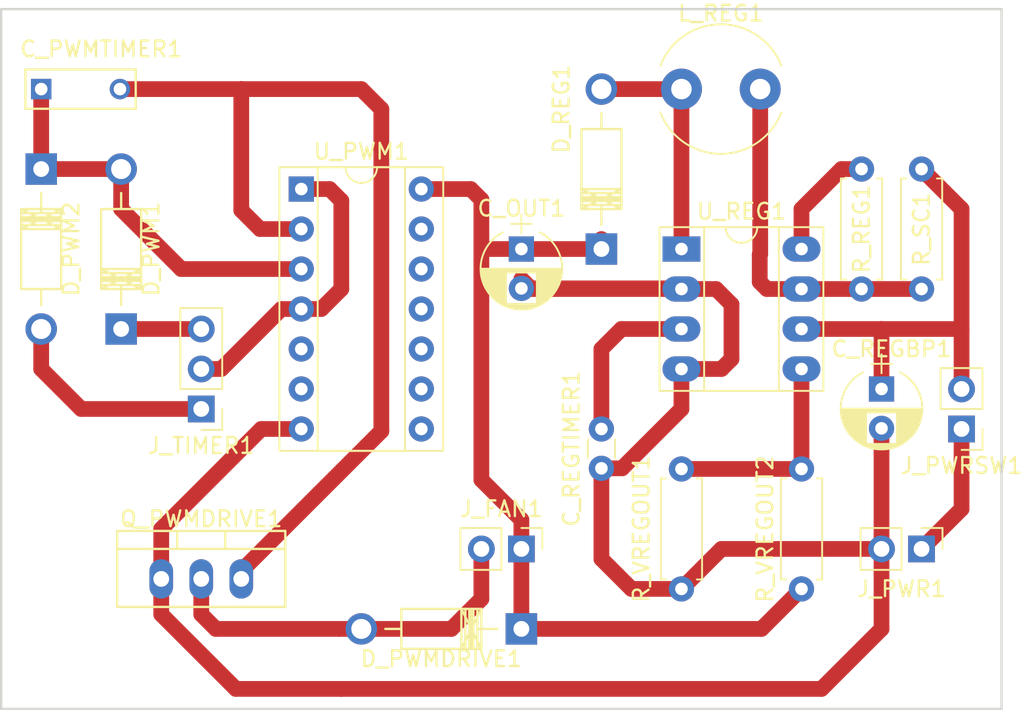
<source format=kicad_pcb>
(kicad_pcb (version 4) (host pcbnew 4.0.7)

  (general
    (links 37)
    (no_connects 9)
    (area 126.924999 76.124999 190.575001 120.725001)
    (thickness 1.6)
    (drawings 4)
    (tracks 99)
    (zones 0)
    (modules 20)
    (nets 16)
  )

  (page A4)
  (layers
    (0 F.Cu signal)
    (31 B.Cu signal)
    (32 B.Adhes user)
    (33 F.Adhes user)
    (34 B.Paste user)
    (35 F.Paste user)
    (36 B.SilkS user)
    (37 F.SilkS user)
    (38 B.Mask user)
    (39 F.Mask user)
    (40 Dwgs.User user)
    (41 Cmts.User user)
    (42 Eco1.User user)
    (43 Eco2.User user)
    (44 Edge.Cuts user)
    (45 Margin user)
    (46 B.CrtYd user)
    (47 F.CrtYd user)
    (48 B.Fab user)
    (49 F.Fab user hide)
  )

  (setup
    (last_trace_width 1)
    (user_trace_width 0.5)
    (user_trace_width 0.75)
    (user_trace_width 1)
    (trace_clearance 0.2)
    (zone_clearance 0.508)
    (zone_45_only no)
    (trace_min 0.2)
    (segment_width 0.2)
    (edge_width 0.15)
    (via_size 0.6)
    (via_drill 0.4)
    (via_min_size 0.4)
    (via_min_drill 0.3)
    (uvia_size 0.3)
    (uvia_drill 0.1)
    (uvias_allowed no)
    (uvia_min_size 0.2)
    (uvia_min_drill 0.1)
    (pcb_text_width 0.3)
    (pcb_text_size 1.5 1.5)
    (mod_edge_width 0.15)
    (mod_text_size 1 1)
    (mod_text_width 0.15)
    (pad_size 1.524 1.524)
    (pad_drill 0.762)
    (pad_to_mask_clearance 0.2)
    (aux_axis_origin 0 0)
    (visible_elements FFFEEF7F)
    (pcbplotparams
      (layerselection 0x00030_80000001)
      (usegerberextensions false)
      (excludeedgelayer true)
      (linewidth 0.100000)
      (plotframeref false)
      (viasonmask false)
      (mode 1)
      (useauxorigin false)
      (hpglpennumber 1)
      (hpglpenspeed 20)
      (hpglpendiameter 15)
      (hpglpenoverlay 2)
      (psnegative false)
      (psa4output false)
      (plotreference true)
      (plotvalue true)
      (plotinvisibletext false)
      (padsonsilk false)
      (subtractmaskfromsilk false)
      (outputformat 1)
      (mirror false)
      (drillshape 1)
      (scaleselection 1)
      (outputdirectory ""))
  )

  (net 0 "")
  (net 1 /12V)
  (net 2 /GND)
  (net 3 /PWM_RC)
  (net 4 /9V)
  (net 5 "Net-(C_REGTIMER1-Pad1)")
  (net 6 "Net-(D_PWM1-Pad1)")
  (net 7 "Net-(D_PWM2-Pad2)")
  (net 8 "Net-(D_REG1-Pad2)")
  (net 9 "Net-(J_PWR1-Pad1)")
  (net 10 /PWM_FB)
  (net 11 "Net-(L_REG1-Pad2)")
  (net 12 "Net-(R_REG1-Pad2)")
  (net 13 "Net-(R_VREGOUT1-Pad1)")
  (net 14 "Net-(C_PWMTIMER1-Pad2)")
  (net 15 "Net-(D_PWMDRIVE1-Pad2)")

  (net_class Default "This is the default net class."
    (clearance 0.2)
    (trace_width 0.25)
    (via_dia 0.6)
    (via_drill 0.4)
    (uvia_dia 0.3)
    (uvia_drill 0.1)
    (add_net /12V)
    (add_net /9V)
    (add_net /GND)
    (add_net /PWM_FB)
    (add_net /PWM_RC)
    (add_net "Net-(C_PWMTIMER1-Pad2)")
    (add_net "Net-(C_REGTIMER1-Pad1)")
    (add_net "Net-(D_PWM1-Pad1)")
    (add_net "Net-(D_PWM2-Pad2)")
    (add_net "Net-(D_PWMDRIVE1-Pad2)")
    (add_net "Net-(D_REG1-Pad2)")
    (add_net "Net-(J_PWR1-Pad1)")
    (add_net "Net-(L_REG1-Pad2)")
    (add_net "Net-(R_REG1-Pad2)")
    (add_net "Net-(R_VREGOUT1-Pad1)")
  )

  (module Capacitors_THT:CP_Radial_D5.0mm_P2.50mm (layer F.Cu) (tedit 597BC7C2) (tstamp 5B774D10)
    (at 160.02 91.44 270)
    (descr "CP, Radial series, Radial, pin pitch=2.50mm, , diameter=5mm, Electrolytic Capacitor")
    (tags "CP Radial series Radial pin pitch 2.50mm  diameter 5mm Electrolytic Capacitor")
    (path /5B76F529)
    (fp_text reference C_OUT1 (at -2.58 0 360) (layer F.SilkS)
      (effects (font (size 1 1) (thickness 0.15)))
    )
    (fp_text value 220uF (at 1.25 3.81 270) (layer F.Fab)
      (effects (font (size 1 1) (thickness 0.15)))
    )
    (fp_arc (start 1.25 0) (end -1.05558 -1.18) (angle 125.8) (layer F.SilkS) (width 0.12))
    (fp_arc (start 1.25 0) (end -1.05558 1.18) (angle -125.8) (layer F.SilkS) (width 0.12))
    (fp_arc (start 1.25 0) (end 3.55558 -1.18) (angle 54.2) (layer F.SilkS) (width 0.12))
    (fp_circle (center 1.25 0) (end 3.75 0) (layer F.Fab) (width 0.1))
    (fp_line (start -2.2 0) (end -1 0) (layer F.Fab) (width 0.1))
    (fp_line (start -1.6 -0.65) (end -1.6 0.65) (layer F.Fab) (width 0.1))
    (fp_line (start 1.25 -2.55) (end 1.25 2.55) (layer F.SilkS) (width 0.12))
    (fp_line (start 1.29 -2.55) (end 1.29 2.55) (layer F.SilkS) (width 0.12))
    (fp_line (start 1.33 -2.549) (end 1.33 2.549) (layer F.SilkS) (width 0.12))
    (fp_line (start 1.37 -2.548) (end 1.37 2.548) (layer F.SilkS) (width 0.12))
    (fp_line (start 1.41 -2.546) (end 1.41 2.546) (layer F.SilkS) (width 0.12))
    (fp_line (start 1.45 -2.543) (end 1.45 2.543) (layer F.SilkS) (width 0.12))
    (fp_line (start 1.49 -2.539) (end 1.49 2.539) (layer F.SilkS) (width 0.12))
    (fp_line (start 1.53 -2.535) (end 1.53 -0.98) (layer F.SilkS) (width 0.12))
    (fp_line (start 1.53 0.98) (end 1.53 2.535) (layer F.SilkS) (width 0.12))
    (fp_line (start 1.57 -2.531) (end 1.57 -0.98) (layer F.SilkS) (width 0.12))
    (fp_line (start 1.57 0.98) (end 1.57 2.531) (layer F.SilkS) (width 0.12))
    (fp_line (start 1.61 -2.525) (end 1.61 -0.98) (layer F.SilkS) (width 0.12))
    (fp_line (start 1.61 0.98) (end 1.61 2.525) (layer F.SilkS) (width 0.12))
    (fp_line (start 1.65 -2.519) (end 1.65 -0.98) (layer F.SilkS) (width 0.12))
    (fp_line (start 1.65 0.98) (end 1.65 2.519) (layer F.SilkS) (width 0.12))
    (fp_line (start 1.69 -2.513) (end 1.69 -0.98) (layer F.SilkS) (width 0.12))
    (fp_line (start 1.69 0.98) (end 1.69 2.513) (layer F.SilkS) (width 0.12))
    (fp_line (start 1.73 -2.506) (end 1.73 -0.98) (layer F.SilkS) (width 0.12))
    (fp_line (start 1.73 0.98) (end 1.73 2.506) (layer F.SilkS) (width 0.12))
    (fp_line (start 1.77 -2.498) (end 1.77 -0.98) (layer F.SilkS) (width 0.12))
    (fp_line (start 1.77 0.98) (end 1.77 2.498) (layer F.SilkS) (width 0.12))
    (fp_line (start 1.81 -2.489) (end 1.81 -0.98) (layer F.SilkS) (width 0.12))
    (fp_line (start 1.81 0.98) (end 1.81 2.489) (layer F.SilkS) (width 0.12))
    (fp_line (start 1.85 -2.48) (end 1.85 -0.98) (layer F.SilkS) (width 0.12))
    (fp_line (start 1.85 0.98) (end 1.85 2.48) (layer F.SilkS) (width 0.12))
    (fp_line (start 1.89 -2.47) (end 1.89 -0.98) (layer F.SilkS) (width 0.12))
    (fp_line (start 1.89 0.98) (end 1.89 2.47) (layer F.SilkS) (width 0.12))
    (fp_line (start 1.93 -2.46) (end 1.93 -0.98) (layer F.SilkS) (width 0.12))
    (fp_line (start 1.93 0.98) (end 1.93 2.46) (layer F.SilkS) (width 0.12))
    (fp_line (start 1.971 -2.448) (end 1.971 -0.98) (layer F.SilkS) (width 0.12))
    (fp_line (start 1.971 0.98) (end 1.971 2.448) (layer F.SilkS) (width 0.12))
    (fp_line (start 2.011 -2.436) (end 2.011 -0.98) (layer F.SilkS) (width 0.12))
    (fp_line (start 2.011 0.98) (end 2.011 2.436) (layer F.SilkS) (width 0.12))
    (fp_line (start 2.051 -2.424) (end 2.051 -0.98) (layer F.SilkS) (width 0.12))
    (fp_line (start 2.051 0.98) (end 2.051 2.424) (layer F.SilkS) (width 0.12))
    (fp_line (start 2.091 -2.41) (end 2.091 -0.98) (layer F.SilkS) (width 0.12))
    (fp_line (start 2.091 0.98) (end 2.091 2.41) (layer F.SilkS) (width 0.12))
    (fp_line (start 2.131 -2.396) (end 2.131 -0.98) (layer F.SilkS) (width 0.12))
    (fp_line (start 2.131 0.98) (end 2.131 2.396) (layer F.SilkS) (width 0.12))
    (fp_line (start 2.171 -2.382) (end 2.171 -0.98) (layer F.SilkS) (width 0.12))
    (fp_line (start 2.171 0.98) (end 2.171 2.382) (layer F.SilkS) (width 0.12))
    (fp_line (start 2.211 -2.366) (end 2.211 -0.98) (layer F.SilkS) (width 0.12))
    (fp_line (start 2.211 0.98) (end 2.211 2.366) (layer F.SilkS) (width 0.12))
    (fp_line (start 2.251 -2.35) (end 2.251 -0.98) (layer F.SilkS) (width 0.12))
    (fp_line (start 2.251 0.98) (end 2.251 2.35) (layer F.SilkS) (width 0.12))
    (fp_line (start 2.291 -2.333) (end 2.291 -0.98) (layer F.SilkS) (width 0.12))
    (fp_line (start 2.291 0.98) (end 2.291 2.333) (layer F.SilkS) (width 0.12))
    (fp_line (start 2.331 -2.315) (end 2.331 -0.98) (layer F.SilkS) (width 0.12))
    (fp_line (start 2.331 0.98) (end 2.331 2.315) (layer F.SilkS) (width 0.12))
    (fp_line (start 2.371 -2.296) (end 2.371 -0.98) (layer F.SilkS) (width 0.12))
    (fp_line (start 2.371 0.98) (end 2.371 2.296) (layer F.SilkS) (width 0.12))
    (fp_line (start 2.411 -2.276) (end 2.411 -0.98) (layer F.SilkS) (width 0.12))
    (fp_line (start 2.411 0.98) (end 2.411 2.276) (layer F.SilkS) (width 0.12))
    (fp_line (start 2.451 -2.256) (end 2.451 -0.98) (layer F.SilkS) (width 0.12))
    (fp_line (start 2.451 0.98) (end 2.451 2.256) (layer F.SilkS) (width 0.12))
    (fp_line (start 2.491 -2.234) (end 2.491 -0.98) (layer F.SilkS) (width 0.12))
    (fp_line (start 2.491 0.98) (end 2.491 2.234) (layer F.SilkS) (width 0.12))
    (fp_line (start 2.531 -2.212) (end 2.531 -0.98) (layer F.SilkS) (width 0.12))
    (fp_line (start 2.531 0.98) (end 2.531 2.212) (layer F.SilkS) (width 0.12))
    (fp_line (start 2.571 -2.189) (end 2.571 -0.98) (layer F.SilkS) (width 0.12))
    (fp_line (start 2.571 0.98) (end 2.571 2.189) (layer F.SilkS) (width 0.12))
    (fp_line (start 2.611 -2.165) (end 2.611 -0.98) (layer F.SilkS) (width 0.12))
    (fp_line (start 2.611 0.98) (end 2.611 2.165) (layer F.SilkS) (width 0.12))
    (fp_line (start 2.651 -2.14) (end 2.651 -0.98) (layer F.SilkS) (width 0.12))
    (fp_line (start 2.651 0.98) (end 2.651 2.14) (layer F.SilkS) (width 0.12))
    (fp_line (start 2.691 -2.113) (end 2.691 -0.98) (layer F.SilkS) (width 0.12))
    (fp_line (start 2.691 0.98) (end 2.691 2.113) (layer F.SilkS) (width 0.12))
    (fp_line (start 2.731 -2.086) (end 2.731 -0.98) (layer F.SilkS) (width 0.12))
    (fp_line (start 2.731 0.98) (end 2.731 2.086) (layer F.SilkS) (width 0.12))
    (fp_line (start 2.771 -2.058) (end 2.771 -0.98) (layer F.SilkS) (width 0.12))
    (fp_line (start 2.771 0.98) (end 2.771 2.058) (layer F.SilkS) (width 0.12))
    (fp_line (start 2.811 -2.028) (end 2.811 -0.98) (layer F.SilkS) (width 0.12))
    (fp_line (start 2.811 0.98) (end 2.811 2.028) (layer F.SilkS) (width 0.12))
    (fp_line (start 2.851 -1.997) (end 2.851 -0.98) (layer F.SilkS) (width 0.12))
    (fp_line (start 2.851 0.98) (end 2.851 1.997) (layer F.SilkS) (width 0.12))
    (fp_line (start 2.891 -1.965) (end 2.891 -0.98) (layer F.SilkS) (width 0.12))
    (fp_line (start 2.891 0.98) (end 2.891 1.965) (layer F.SilkS) (width 0.12))
    (fp_line (start 2.931 -1.932) (end 2.931 -0.98) (layer F.SilkS) (width 0.12))
    (fp_line (start 2.931 0.98) (end 2.931 1.932) (layer F.SilkS) (width 0.12))
    (fp_line (start 2.971 -1.897) (end 2.971 -0.98) (layer F.SilkS) (width 0.12))
    (fp_line (start 2.971 0.98) (end 2.971 1.897) (layer F.SilkS) (width 0.12))
    (fp_line (start 3.011 -1.861) (end 3.011 -0.98) (layer F.SilkS) (width 0.12))
    (fp_line (start 3.011 0.98) (end 3.011 1.861) (layer F.SilkS) (width 0.12))
    (fp_line (start 3.051 -1.823) (end 3.051 -0.98) (layer F.SilkS) (width 0.12))
    (fp_line (start 3.051 0.98) (end 3.051 1.823) (layer F.SilkS) (width 0.12))
    (fp_line (start 3.091 -1.783) (end 3.091 -0.98) (layer F.SilkS) (width 0.12))
    (fp_line (start 3.091 0.98) (end 3.091 1.783) (layer F.SilkS) (width 0.12))
    (fp_line (start 3.131 -1.742) (end 3.131 -0.98) (layer F.SilkS) (width 0.12))
    (fp_line (start 3.131 0.98) (end 3.131 1.742) (layer F.SilkS) (width 0.12))
    (fp_line (start 3.171 -1.699) (end 3.171 -0.98) (layer F.SilkS) (width 0.12))
    (fp_line (start 3.171 0.98) (end 3.171 1.699) (layer F.SilkS) (width 0.12))
    (fp_line (start 3.211 -1.654) (end 3.211 -0.98) (layer F.SilkS) (width 0.12))
    (fp_line (start 3.211 0.98) (end 3.211 1.654) (layer F.SilkS) (width 0.12))
    (fp_line (start 3.251 -1.606) (end 3.251 -0.98) (layer F.SilkS) (width 0.12))
    (fp_line (start 3.251 0.98) (end 3.251 1.606) (layer F.SilkS) (width 0.12))
    (fp_line (start 3.291 -1.556) (end 3.291 -0.98) (layer F.SilkS) (width 0.12))
    (fp_line (start 3.291 0.98) (end 3.291 1.556) (layer F.SilkS) (width 0.12))
    (fp_line (start 3.331 -1.504) (end 3.331 -0.98) (layer F.SilkS) (width 0.12))
    (fp_line (start 3.331 0.98) (end 3.331 1.504) (layer F.SilkS) (width 0.12))
    (fp_line (start 3.371 -1.448) (end 3.371 -0.98) (layer F.SilkS) (width 0.12))
    (fp_line (start 3.371 0.98) (end 3.371 1.448) (layer F.SilkS) (width 0.12))
    (fp_line (start 3.411 -1.39) (end 3.411 -0.98) (layer F.SilkS) (width 0.12))
    (fp_line (start 3.411 0.98) (end 3.411 1.39) (layer F.SilkS) (width 0.12))
    (fp_line (start 3.451 -1.327) (end 3.451 -0.98) (layer F.SilkS) (width 0.12))
    (fp_line (start 3.451 0.98) (end 3.451 1.327) (layer F.SilkS) (width 0.12))
    (fp_line (start 3.491 -1.261) (end 3.491 1.261) (layer F.SilkS) (width 0.12))
    (fp_line (start 3.531 -1.189) (end 3.531 1.189) (layer F.SilkS) (width 0.12))
    (fp_line (start 3.571 -1.112) (end 3.571 1.112) (layer F.SilkS) (width 0.12))
    (fp_line (start 3.611 -1.028) (end 3.611 1.028) (layer F.SilkS) (width 0.12))
    (fp_line (start 3.651 -0.934) (end 3.651 0.934) (layer F.SilkS) (width 0.12))
    (fp_line (start 3.691 -0.829) (end 3.691 0.829) (layer F.SilkS) (width 0.12))
    (fp_line (start 3.731 -0.707) (end 3.731 0.707) (layer F.SilkS) (width 0.12))
    (fp_line (start 3.771 -0.559) (end 3.771 0.559) (layer F.SilkS) (width 0.12))
    (fp_line (start 3.811 -0.354) (end 3.811 0.354) (layer F.SilkS) (width 0.12))
    (fp_line (start -2.2 0) (end -1 0) (layer F.SilkS) (width 0.12))
    (fp_line (start -1.6 -0.65) (end -1.6 0.65) (layer F.SilkS) (width 0.12))
    (fp_line (start -1.6 -2.85) (end -1.6 2.85) (layer F.CrtYd) (width 0.05))
    (fp_line (start -1.6 2.85) (end 4.1 2.85) (layer F.CrtYd) (width 0.05))
    (fp_line (start 4.1 2.85) (end 4.1 -2.85) (layer F.CrtYd) (width 0.05))
    (fp_line (start 4.1 -2.85) (end -1.6 -2.85) (layer F.CrtYd) (width 0.05))
    (fp_text user %R (at 1.25 0 270) (layer F.Fab)
      (effects (font (size 1 1) (thickness 0.15)))
    )
    (pad 1 thru_hole rect (at 0 0 270) (size 1.6 1.6) (drill 0.8) (layers *.Cu *.Mask)
      (net 1 /12V))
    (pad 2 thru_hole circle (at 2.5 0 270) (size 1.6 1.6) (drill 0.8) (layers *.Cu *.Mask)
      (net 2 /GND))
    (model ${KISYS3DMOD}/Capacitors_THT.3dshapes/CP_Radial_D5.0mm_P2.50mm.wrl
      (at (xyz 0 0 0))
      (scale (xyz 1 1 1))
      (rotate (xyz 0 0 0))
    )
  )

  (module Capacitors_THT:C_Rect_L7_W2.5_P5 (layer F.Cu) (tedit 0) (tstamp 5B774D16)
    (at 129.54 81.28)
    (descr "Film Capacitor Length 7mm x Width 2.5mm, Pitch 5mm")
    (tags Capacitor)
    (path /5B74B982)
    (fp_text reference C_PWMTIMER1 (at 3.81 -2.54) (layer F.SilkS)
      (effects (font (size 1 1) (thickness 0.15)))
    )
    (fp_text value 10nF (at 2.5 2.5) (layer F.Fab)
      (effects (font (size 1 1) (thickness 0.15)))
    )
    (fp_line (start -1.25 -1.5) (end 6.25 -1.5) (layer F.CrtYd) (width 0.05))
    (fp_line (start 6.25 -1.5) (end 6.25 1.5) (layer F.CrtYd) (width 0.05))
    (fp_line (start 6.25 1.5) (end -1.25 1.5) (layer F.CrtYd) (width 0.05))
    (fp_line (start -1.25 1.5) (end -1.25 -1.5) (layer F.CrtYd) (width 0.05))
    (fp_line (start -1 -1.25) (end 6 -1.25) (layer F.SilkS) (width 0.15))
    (fp_line (start 6 -1.25) (end 6 1.25) (layer F.SilkS) (width 0.15))
    (fp_line (start 6 1.25) (end -1 1.25) (layer F.SilkS) (width 0.15))
    (fp_line (start -1 1.25) (end -1 -1.25) (layer F.SilkS) (width 0.15))
    (pad 1 thru_hole rect (at 0 0) (size 1.3 1.3) (drill 0.8) (layers *.Cu *.Mask)
      (net 3 /PWM_RC))
    (pad 2 thru_hole circle (at 5 0) (size 1.3 1.3) (drill 0.8) (layers *.Cu *.Mask)
      (net 14 "Net-(C_PWMTIMER1-Pad2)"))
  )

  (module Capacitors_THT:CP_Radial_D5.0mm_P2.50mm (layer F.Cu) (tedit 597BC7C2) (tstamp 5B774D1C)
    (at 182.88 100.33 270)
    (descr "CP, Radial series, Radial, pin pitch=2.50mm, , diameter=5mm, Electrolytic Capacitor")
    (tags "CP Radial series Radial pin pitch 2.50mm  diameter 5mm Electrolytic Capacitor")
    (path /5B76F7F2)
    (fp_text reference C_REGBP1 (at -2.54 -0.635 360) (layer F.SilkS)
      (effects (font (size 1 1) (thickness 0.15)))
    )
    (fp_text value 100uF (at 1.25 3.81 270) (layer F.Fab)
      (effects (font (size 1 1) (thickness 0.15)))
    )
    (fp_arc (start 1.25 0) (end -1.05558 -1.18) (angle 125.8) (layer F.SilkS) (width 0.12))
    (fp_arc (start 1.25 0) (end -1.05558 1.18) (angle -125.8) (layer F.SilkS) (width 0.12))
    (fp_arc (start 1.25 0) (end 3.55558 -1.18) (angle 54.2) (layer F.SilkS) (width 0.12))
    (fp_circle (center 1.25 0) (end 3.75 0) (layer F.Fab) (width 0.1))
    (fp_line (start -2.2 0) (end -1 0) (layer F.Fab) (width 0.1))
    (fp_line (start -1.6 -0.65) (end -1.6 0.65) (layer F.Fab) (width 0.1))
    (fp_line (start 1.25 -2.55) (end 1.25 2.55) (layer F.SilkS) (width 0.12))
    (fp_line (start 1.29 -2.55) (end 1.29 2.55) (layer F.SilkS) (width 0.12))
    (fp_line (start 1.33 -2.549) (end 1.33 2.549) (layer F.SilkS) (width 0.12))
    (fp_line (start 1.37 -2.548) (end 1.37 2.548) (layer F.SilkS) (width 0.12))
    (fp_line (start 1.41 -2.546) (end 1.41 2.546) (layer F.SilkS) (width 0.12))
    (fp_line (start 1.45 -2.543) (end 1.45 2.543) (layer F.SilkS) (width 0.12))
    (fp_line (start 1.49 -2.539) (end 1.49 2.539) (layer F.SilkS) (width 0.12))
    (fp_line (start 1.53 -2.535) (end 1.53 -0.98) (layer F.SilkS) (width 0.12))
    (fp_line (start 1.53 0.98) (end 1.53 2.535) (layer F.SilkS) (width 0.12))
    (fp_line (start 1.57 -2.531) (end 1.57 -0.98) (layer F.SilkS) (width 0.12))
    (fp_line (start 1.57 0.98) (end 1.57 2.531) (layer F.SilkS) (width 0.12))
    (fp_line (start 1.61 -2.525) (end 1.61 -0.98) (layer F.SilkS) (width 0.12))
    (fp_line (start 1.61 0.98) (end 1.61 2.525) (layer F.SilkS) (width 0.12))
    (fp_line (start 1.65 -2.519) (end 1.65 -0.98) (layer F.SilkS) (width 0.12))
    (fp_line (start 1.65 0.98) (end 1.65 2.519) (layer F.SilkS) (width 0.12))
    (fp_line (start 1.69 -2.513) (end 1.69 -0.98) (layer F.SilkS) (width 0.12))
    (fp_line (start 1.69 0.98) (end 1.69 2.513) (layer F.SilkS) (width 0.12))
    (fp_line (start 1.73 -2.506) (end 1.73 -0.98) (layer F.SilkS) (width 0.12))
    (fp_line (start 1.73 0.98) (end 1.73 2.506) (layer F.SilkS) (width 0.12))
    (fp_line (start 1.77 -2.498) (end 1.77 -0.98) (layer F.SilkS) (width 0.12))
    (fp_line (start 1.77 0.98) (end 1.77 2.498) (layer F.SilkS) (width 0.12))
    (fp_line (start 1.81 -2.489) (end 1.81 -0.98) (layer F.SilkS) (width 0.12))
    (fp_line (start 1.81 0.98) (end 1.81 2.489) (layer F.SilkS) (width 0.12))
    (fp_line (start 1.85 -2.48) (end 1.85 -0.98) (layer F.SilkS) (width 0.12))
    (fp_line (start 1.85 0.98) (end 1.85 2.48) (layer F.SilkS) (width 0.12))
    (fp_line (start 1.89 -2.47) (end 1.89 -0.98) (layer F.SilkS) (width 0.12))
    (fp_line (start 1.89 0.98) (end 1.89 2.47) (layer F.SilkS) (width 0.12))
    (fp_line (start 1.93 -2.46) (end 1.93 -0.98) (layer F.SilkS) (width 0.12))
    (fp_line (start 1.93 0.98) (end 1.93 2.46) (layer F.SilkS) (width 0.12))
    (fp_line (start 1.971 -2.448) (end 1.971 -0.98) (layer F.SilkS) (width 0.12))
    (fp_line (start 1.971 0.98) (end 1.971 2.448) (layer F.SilkS) (width 0.12))
    (fp_line (start 2.011 -2.436) (end 2.011 -0.98) (layer F.SilkS) (width 0.12))
    (fp_line (start 2.011 0.98) (end 2.011 2.436) (layer F.SilkS) (width 0.12))
    (fp_line (start 2.051 -2.424) (end 2.051 -0.98) (layer F.SilkS) (width 0.12))
    (fp_line (start 2.051 0.98) (end 2.051 2.424) (layer F.SilkS) (width 0.12))
    (fp_line (start 2.091 -2.41) (end 2.091 -0.98) (layer F.SilkS) (width 0.12))
    (fp_line (start 2.091 0.98) (end 2.091 2.41) (layer F.SilkS) (width 0.12))
    (fp_line (start 2.131 -2.396) (end 2.131 -0.98) (layer F.SilkS) (width 0.12))
    (fp_line (start 2.131 0.98) (end 2.131 2.396) (layer F.SilkS) (width 0.12))
    (fp_line (start 2.171 -2.382) (end 2.171 -0.98) (layer F.SilkS) (width 0.12))
    (fp_line (start 2.171 0.98) (end 2.171 2.382) (layer F.SilkS) (width 0.12))
    (fp_line (start 2.211 -2.366) (end 2.211 -0.98) (layer F.SilkS) (width 0.12))
    (fp_line (start 2.211 0.98) (end 2.211 2.366) (layer F.SilkS) (width 0.12))
    (fp_line (start 2.251 -2.35) (end 2.251 -0.98) (layer F.SilkS) (width 0.12))
    (fp_line (start 2.251 0.98) (end 2.251 2.35) (layer F.SilkS) (width 0.12))
    (fp_line (start 2.291 -2.333) (end 2.291 -0.98) (layer F.SilkS) (width 0.12))
    (fp_line (start 2.291 0.98) (end 2.291 2.333) (layer F.SilkS) (width 0.12))
    (fp_line (start 2.331 -2.315) (end 2.331 -0.98) (layer F.SilkS) (width 0.12))
    (fp_line (start 2.331 0.98) (end 2.331 2.315) (layer F.SilkS) (width 0.12))
    (fp_line (start 2.371 -2.296) (end 2.371 -0.98) (layer F.SilkS) (width 0.12))
    (fp_line (start 2.371 0.98) (end 2.371 2.296) (layer F.SilkS) (width 0.12))
    (fp_line (start 2.411 -2.276) (end 2.411 -0.98) (layer F.SilkS) (width 0.12))
    (fp_line (start 2.411 0.98) (end 2.411 2.276) (layer F.SilkS) (width 0.12))
    (fp_line (start 2.451 -2.256) (end 2.451 -0.98) (layer F.SilkS) (width 0.12))
    (fp_line (start 2.451 0.98) (end 2.451 2.256) (layer F.SilkS) (width 0.12))
    (fp_line (start 2.491 -2.234) (end 2.491 -0.98) (layer F.SilkS) (width 0.12))
    (fp_line (start 2.491 0.98) (end 2.491 2.234) (layer F.SilkS) (width 0.12))
    (fp_line (start 2.531 -2.212) (end 2.531 -0.98) (layer F.SilkS) (width 0.12))
    (fp_line (start 2.531 0.98) (end 2.531 2.212) (layer F.SilkS) (width 0.12))
    (fp_line (start 2.571 -2.189) (end 2.571 -0.98) (layer F.SilkS) (width 0.12))
    (fp_line (start 2.571 0.98) (end 2.571 2.189) (layer F.SilkS) (width 0.12))
    (fp_line (start 2.611 -2.165) (end 2.611 -0.98) (layer F.SilkS) (width 0.12))
    (fp_line (start 2.611 0.98) (end 2.611 2.165) (layer F.SilkS) (width 0.12))
    (fp_line (start 2.651 -2.14) (end 2.651 -0.98) (layer F.SilkS) (width 0.12))
    (fp_line (start 2.651 0.98) (end 2.651 2.14) (layer F.SilkS) (width 0.12))
    (fp_line (start 2.691 -2.113) (end 2.691 -0.98) (layer F.SilkS) (width 0.12))
    (fp_line (start 2.691 0.98) (end 2.691 2.113) (layer F.SilkS) (width 0.12))
    (fp_line (start 2.731 -2.086) (end 2.731 -0.98) (layer F.SilkS) (width 0.12))
    (fp_line (start 2.731 0.98) (end 2.731 2.086) (layer F.SilkS) (width 0.12))
    (fp_line (start 2.771 -2.058) (end 2.771 -0.98) (layer F.SilkS) (width 0.12))
    (fp_line (start 2.771 0.98) (end 2.771 2.058) (layer F.SilkS) (width 0.12))
    (fp_line (start 2.811 -2.028) (end 2.811 -0.98) (layer F.SilkS) (width 0.12))
    (fp_line (start 2.811 0.98) (end 2.811 2.028) (layer F.SilkS) (width 0.12))
    (fp_line (start 2.851 -1.997) (end 2.851 -0.98) (layer F.SilkS) (width 0.12))
    (fp_line (start 2.851 0.98) (end 2.851 1.997) (layer F.SilkS) (width 0.12))
    (fp_line (start 2.891 -1.965) (end 2.891 -0.98) (layer F.SilkS) (width 0.12))
    (fp_line (start 2.891 0.98) (end 2.891 1.965) (layer F.SilkS) (width 0.12))
    (fp_line (start 2.931 -1.932) (end 2.931 -0.98) (layer F.SilkS) (width 0.12))
    (fp_line (start 2.931 0.98) (end 2.931 1.932) (layer F.SilkS) (width 0.12))
    (fp_line (start 2.971 -1.897) (end 2.971 -0.98) (layer F.SilkS) (width 0.12))
    (fp_line (start 2.971 0.98) (end 2.971 1.897) (layer F.SilkS) (width 0.12))
    (fp_line (start 3.011 -1.861) (end 3.011 -0.98) (layer F.SilkS) (width 0.12))
    (fp_line (start 3.011 0.98) (end 3.011 1.861) (layer F.SilkS) (width 0.12))
    (fp_line (start 3.051 -1.823) (end 3.051 -0.98) (layer F.SilkS) (width 0.12))
    (fp_line (start 3.051 0.98) (end 3.051 1.823) (layer F.SilkS) (width 0.12))
    (fp_line (start 3.091 -1.783) (end 3.091 -0.98) (layer F.SilkS) (width 0.12))
    (fp_line (start 3.091 0.98) (end 3.091 1.783) (layer F.SilkS) (width 0.12))
    (fp_line (start 3.131 -1.742) (end 3.131 -0.98) (layer F.SilkS) (width 0.12))
    (fp_line (start 3.131 0.98) (end 3.131 1.742) (layer F.SilkS) (width 0.12))
    (fp_line (start 3.171 -1.699) (end 3.171 -0.98) (layer F.SilkS) (width 0.12))
    (fp_line (start 3.171 0.98) (end 3.171 1.699) (layer F.SilkS) (width 0.12))
    (fp_line (start 3.211 -1.654) (end 3.211 -0.98) (layer F.SilkS) (width 0.12))
    (fp_line (start 3.211 0.98) (end 3.211 1.654) (layer F.SilkS) (width 0.12))
    (fp_line (start 3.251 -1.606) (end 3.251 -0.98) (layer F.SilkS) (width 0.12))
    (fp_line (start 3.251 0.98) (end 3.251 1.606) (layer F.SilkS) (width 0.12))
    (fp_line (start 3.291 -1.556) (end 3.291 -0.98) (layer F.SilkS) (width 0.12))
    (fp_line (start 3.291 0.98) (end 3.291 1.556) (layer F.SilkS) (width 0.12))
    (fp_line (start 3.331 -1.504) (end 3.331 -0.98) (layer F.SilkS) (width 0.12))
    (fp_line (start 3.331 0.98) (end 3.331 1.504) (layer F.SilkS) (width 0.12))
    (fp_line (start 3.371 -1.448) (end 3.371 -0.98) (layer F.SilkS) (width 0.12))
    (fp_line (start 3.371 0.98) (end 3.371 1.448) (layer F.SilkS) (width 0.12))
    (fp_line (start 3.411 -1.39) (end 3.411 -0.98) (layer F.SilkS) (width 0.12))
    (fp_line (start 3.411 0.98) (end 3.411 1.39) (layer F.SilkS) (width 0.12))
    (fp_line (start 3.451 -1.327) (end 3.451 -0.98) (layer F.SilkS) (width 0.12))
    (fp_line (start 3.451 0.98) (end 3.451 1.327) (layer F.SilkS) (width 0.12))
    (fp_line (start 3.491 -1.261) (end 3.491 1.261) (layer F.SilkS) (width 0.12))
    (fp_line (start 3.531 -1.189) (end 3.531 1.189) (layer F.SilkS) (width 0.12))
    (fp_line (start 3.571 -1.112) (end 3.571 1.112) (layer F.SilkS) (width 0.12))
    (fp_line (start 3.611 -1.028) (end 3.611 1.028) (layer F.SilkS) (width 0.12))
    (fp_line (start 3.651 -0.934) (end 3.651 0.934) (layer F.SilkS) (width 0.12))
    (fp_line (start 3.691 -0.829) (end 3.691 0.829) (layer F.SilkS) (width 0.12))
    (fp_line (start 3.731 -0.707) (end 3.731 0.707) (layer F.SilkS) (width 0.12))
    (fp_line (start 3.771 -0.559) (end 3.771 0.559) (layer F.SilkS) (width 0.12))
    (fp_line (start 3.811 -0.354) (end 3.811 0.354) (layer F.SilkS) (width 0.12))
    (fp_line (start -2.2 0) (end -1 0) (layer F.SilkS) (width 0.12))
    (fp_line (start -1.6 -0.65) (end -1.6 0.65) (layer F.SilkS) (width 0.12))
    (fp_line (start -1.6 -2.85) (end -1.6 2.85) (layer F.CrtYd) (width 0.05))
    (fp_line (start -1.6 2.85) (end 4.1 2.85) (layer F.CrtYd) (width 0.05))
    (fp_line (start 4.1 2.85) (end 4.1 -2.85) (layer F.CrtYd) (width 0.05))
    (fp_line (start 4.1 -2.85) (end -1.6 -2.85) (layer F.CrtYd) (width 0.05))
    (fp_text user %R (at 1.25 -0.345 270) (layer F.Fab)
      (effects (font (size 1 1) (thickness 0.15)))
    )
    (pad 1 thru_hole rect (at 0 0 270) (size 1.6 1.6) (drill 0.8) (layers *.Cu *.Mask)
      (net 4 /9V))
    (pad 2 thru_hole circle (at 2.5 0 270) (size 1.6 1.6) (drill 0.8) (layers *.Cu *.Mask)
      (net 2 /GND))
    (model ${KISYS3DMOD}/Capacitors_THT.3dshapes/CP_Radial_D5.0mm_P2.50mm.wrl
      (at (xyz 0 0 0))
      (scale (xyz 1 1 1))
      (rotate (xyz 0 0 0))
    )
  )

  (module Capacitors_THT:C_Disc_D3.0mm_W1.6mm_P2.50mm (layer F.Cu) (tedit 597BC7C2) (tstamp 5B774D22)
    (at 165.1 102.87 270)
    (descr "C, Disc series, Radial, pin pitch=2.50mm, , diameter*width=3.0*1.6mm^2, Capacitor, http://www.vishay.com/docs/45233/krseries.pdf")
    (tags "C Disc series Radial pin pitch 2.50mm  diameter 3.0mm width 1.6mm Capacitor")
    (path /5B775224)
    (fp_text reference C_REGTIMER1 (at 1.25 1.905 270) (layer F.SilkS)
      (effects (font (size 1 1) (thickness 0.15)))
    )
    (fp_text value 180pF (at 1.25 2.11 270) (layer F.Fab)
      (effects (font (size 1 1) (thickness 0.15)))
    )
    (fp_line (start -0.25 -0.8) (end -0.25 0.8) (layer F.Fab) (width 0.1))
    (fp_line (start -0.25 0.8) (end 2.75 0.8) (layer F.Fab) (width 0.1))
    (fp_line (start 2.75 0.8) (end 2.75 -0.8) (layer F.Fab) (width 0.1))
    (fp_line (start 2.75 -0.8) (end -0.25 -0.8) (layer F.Fab) (width 0.1))
    (fp_line (start 0.663 -0.861) (end 1.837 -0.861) (layer F.SilkS) (width 0.12))
    (fp_line (start 0.663 0.861) (end 1.837 0.861) (layer F.SilkS) (width 0.12))
    (fp_line (start -1.05 -1.15) (end -1.05 1.15) (layer F.CrtYd) (width 0.05))
    (fp_line (start -1.05 1.15) (end 3.55 1.15) (layer F.CrtYd) (width 0.05))
    (fp_line (start 3.55 1.15) (end 3.55 -1.15) (layer F.CrtYd) (width 0.05))
    (fp_line (start 3.55 -1.15) (end -1.05 -1.15) (layer F.CrtYd) (width 0.05))
    (fp_text user %R (at 1.25 0 270) (layer F.Fab)
      (effects (font (size 1 1) (thickness 0.15)))
    )
    (pad 1 thru_hole circle (at 0 0 270) (size 1.6 1.6) (drill 0.8) (layers *.Cu *.Mask)
      (net 5 "Net-(C_REGTIMER1-Pad1)"))
    (pad 2 thru_hole circle (at 2.5 0 270) (size 1.6 1.6) (drill 0.8) (layers *.Cu *.Mask)
      (net 2 /GND))
    (model ${KISYS3DMOD}/Capacitors_THT.3dshapes/C_Disc_D3.0mm_W1.6mm_P2.50mm.wrl
      (at (xyz 0 0 0))
      (scale (xyz 1 1 1))
      (rotate (xyz 0 0 0))
    )
  )

  (module Diodes_THT:Diode_DO-41_SOD81_Horizontal_RM10 (layer F.Cu) (tedit 552FFCCE) (tstamp 5B774D28)
    (at 134.61746 96.52 90)
    (descr "Diode, DO-41, SOD81, Horizontal, RM 10mm,")
    (tags "Diode, DO-41, SOD81, Horizontal, RM 10mm, 1N4007, SB140,")
    (path /5B74D26B)
    (fp_text reference D_PWM1 (at 5.08 1.90754 90) (layer F.SilkS)
      (effects (font (size 1 1) (thickness 0.15)))
    )
    (fp_text value SR102 (at 4.37134 -3.55854 90) (layer F.Fab)
      (effects (font (size 1 1) (thickness 0.15)))
    )
    (fp_line (start 7.62 -0.00254) (end 8.636 -0.00254) (layer F.SilkS) (width 0.15))
    (fp_line (start 2.794 -0.00254) (end 1.524 -0.00254) (layer F.SilkS) (width 0.15))
    (fp_line (start 3.048 -1.27254) (end 3.048 1.26746) (layer F.SilkS) (width 0.15))
    (fp_line (start 3.302 -1.27254) (end 3.302 1.26746) (layer F.SilkS) (width 0.15))
    (fp_line (start 3.556 -1.27254) (end 3.556 1.26746) (layer F.SilkS) (width 0.15))
    (fp_line (start 2.794 -1.27254) (end 2.794 1.26746) (layer F.SilkS) (width 0.15))
    (fp_line (start 3.81 -1.27254) (end 2.54 1.26746) (layer F.SilkS) (width 0.15))
    (fp_line (start 2.54 -1.27254) (end 3.81 1.26746) (layer F.SilkS) (width 0.15))
    (fp_line (start 3.81 -1.27254) (end 3.81 1.26746) (layer F.SilkS) (width 0.15))
    (fp_line (start 3.175 -1.27254) (end 3.175 1.26746) (layer F.SilkS) (width 0.15))
    (fp_line (start 2.54 1.26746) (end 2.54 -1.27254) (layer F.SilkS) (width 0.15))
    (fp_line (start 2.54 -1.27254) (end 7.62 -1.27254) (layer F.SilkS) (width 0.15))
    (fp_line (start 7.62 -1.27254) (end 7.62 1.26746) (layer F.SilkS) (width 0.15))
    (fp_line (start 7.62 1.26746) (end 2.54 1.26746) (layer F.SilkS) (width 0.15))
    (pad 2 thru_hole circle (at 10.16 -0.00254 270) (size 1.99898 1.99898) (drill 1.27) (layers *.Cu *.Mask)
      (net 3 /PWM_RC))
    (pad 1 thru_hole rect (at 0 -0.00254 270) (size 1.99898 1.99898) (drill 1.00076) (layers *.Cu *.Mask)
      (net 6 "Net-(D_PWM1-Pad1)"))
  )

  (module Diodes_THT:Diode_DO-41_SOD81_Horizontal_RM10 (layer F.Cu) (tedit 552FFCCE) (tstamp 5B774D2E)
    (at 129.53746 86.36 270)
    (descr "Diode, DO-41, SOD81, Horizontal, RM 10mm,")
    (tags "Diode, DO-41, SOD81, Horizontal, RM 10mm, 1N4007, SB140,")
    (path /5B74D205)
    (fp_text reference D_PWM2 (at 5.08 -1.90754 270) (layer F.SilkS)
      (effects (font (size 1 1) (thickness 0.15)))
    )
    (fp_text value SR102 (at 4.37134 -3.55854 270) (layer F.Fab)
      (effects (font (size 1 1) (thickness 0.15)))
    )
    (fp_line (start 7.62 -0.00254) (end 8.636 -0.00254) (layer F.SilkS) (width 0.15))
    (fp_line (start 2.794 -0.00254) (end 1.524 -0.00254) (layer F.SilkS) (width 0.15))
    (fp_line (start 3.048 -1.27254) (end 3.048 1.26746) (layer F.SilkS) (width 0.15))
    (fp_line (start 3.302 -1.27254) (end 3.302 1.26746) (layer F.SilkS) (width 0.15))
    (fp_line (start 3.556 -1.27254) (end 3.556 1.26746) (layer F.SilkS) (width 0.15))
    (fp_line (start 2.794 -1.27254) (end 2.794 1.26746) (layer F.SilkS) (width 0.15))
    (fp_line (start 3.81 -1.27254) (end 2.54 1.26746) (layer F.SilkS) (width 0.15))
    (fp_line (start 2.54 -1.27254) (end 3.81 1.26746) (layer F.SilkS) (width 0.15))
    (fp_line (start 3.81 -1.27254) (end 3.81 1.26746) (layer F.SilkS) (width 0.15))
    (fp_line (start 3.175 -1.27254) (end 3.175 1.26746) (layer F.SilkS) (width 0.15))
    (fp_line (start 2.54 1.26746) (end 2.54 -1.27254) (layer F.SilkS) (width 0.15))
    (fp_line (start 2.54 -1.27254) (end 7.62 -1.27254) (layer F.SilkS) (width 0.15))
    (fp_line (start 7.62 -1.27254) (end 7.62 1.26746) (layer F.SilkS) (width 0.15))
    (fp_line (start 7.62 1.26746) (end 2.54 1.26746) (layer F.SilkS) (width 0.15))
    (pad 2 thru_hole circle (at 10.16 -0.00254 90) (size 1.99898 1.99898) (drill 1.27) (layers *.Cu *.Mask)
      (net 7 "Net-(D_PWM2-Pad2)"))
    (pad 1 thru_hole rect (at 0 -0.00254 90) (size 1.99898 1.99898) (drill 1.00076) (layers *.Cu *.Mask)
      (net 3 /PWM_RC))
  )

  (module Diodes_THT:Diode_DO-41_SOD81_Horizontal_RM10 (layer F.Cu) (tedit 552FFCCE) (tstamp 5B774D34)
    (at 165.10254 91.44 90)
    (descr "Diode, DO-41, SOD81, Horizontal, RM 10mm,")
    (tags "Diode, DO-41, SOD81, Horizontal, RM 10mm, 1N4007, SB140,")
    (path /5B77240E)
    (fp_text reference D_REG1 (at 8.89 -2.54254 90) (layer F.SilkS)
      (effects (font (size 1 1) (thickness 0.15)))
    )
    (fp_text value 1n5819 (at 4.37134 -3.55854 90) (layer F.Fab)
      (effects (font (size 1 1) (thickness 0.15)))
    )
    (fp_line (start 7.62 -0.00254) (end 8.636 -0.00254) (layer F.SilkS) (width 0.15))
    (fp_line (start 2.794 -0.00254) (end 1.524 -0.00254) (layer F.SilkS) (width 0.15))
    (fp_line (start 3.048 -1.27254) (end 3.048 1.26746) (layer F.SilkS) (width 0.15))
    (fp_line (start 3.302 -1.27254) (end 3.302 1.26746) (layer F.SilkS) (width 0.15))
    (fp_line (start 3.556 -1.27254) (end 3.556 1.26746) (layer F.SilkS) (width 0.15))
    (fp_line (start 2.794 -1.27254) (end 2.794 1.26746) (layer F.SilkS) (width 0.15))
    (fp_line (start 3.81 -1.27254) (end 2.54 1.26746) (layer F.SilkS) (width 0.15))
    (fp_line (start 2.54 -1.27254) (end 3.81 1.26746) (layer F.SilkS) (width 0.15))
    (fp_line (start 3.81 -1.27254) (end 3.81 1.26746) (layer F.SilkS) (width 0.15))
    (fp_line (start 3.175 -1.27254) (end 3.175 1.26746) (layer F.SilkS) (width 0.15))
    (fp_line (start 2.54 1.26746) (end 2.54 -1.27254) (layer F.SilkS) (width 0.15))
    (fp_line (start 2.54 -1.27254) (end 7.62 -1.27254) (layer F.SilkS) (width 0.15))
    (fp_line (start 7.62 -1.27254) (end 7.62 1.26746) (layer F.SilkS) (width 0.15))
    (fp_line (start 7.62 1.26746) (end 2.54 1.26746) (layer F.SilkS) (width 0.15))
    (pad 2 thru_hole circle (at 10.16 -0.00254 270) (size 1.99898 1.99898) (drill 1.27) (layers *.Cu *.Mask)
      (net 8 "Net-(D_REG1-Pad2)"))
    (pad 1 thru_hole rect (at 0 -0.00254 270) (size 1.99898 1.99898) (drill 1.00076) (layers *.Cu *.Mask)
      (net 1 /12V))
  )

  (module Pin_Headers:Pin_Header_Straight_1x02_Pitch2.54mm (layer F.Cu) (tedit 59650532) (tstamp 5B774D41)
    (at 185.42 110.49 270)
    (descr "Through hole straight pin header, 1x02, 2.54mm pitch, single row")
    (tags "Through hole pin header THT 1x02 2.54mm single row")
    (path /5B7783CD)
    (fp_text reference J_PWR1 (at 2.54 1.27 360) (layer F.SilkS)
      (effects (font (size 1 1) (thickness 0.15)))
    )
    (fp_text value Conn_01x02 (at 0 4.87 270) (layer F.Fab)
      (effects (font (size 1 1) (thickness 0.15)))
    )
    (fp_line (start -0.635 -1.27) (end 1.27 -1.27) (layer F.Fab) (width 0.1))
    (fp_line (start 1.27 -1.27) (end 1.27 3.81) (layer F.Fab) (width 0.1))
    (fp_line (start 1.27 3.81) (end -1.27 3.81) (layer F.Fab) (width 0.1))
    (fp_line (start -1.27 3.81) (end -1.27 -0.635) (layer F.Fab) (width 0.1))
    (fp_line (start -1.27 -0.635) (end -0.635 -1.27) (layer F.Fab) (width 0.1))
    (fp_line (start -1.33 3.87) (end 1.33 3.87) (layer F.SilkS) (width 0.12))
    (fp_line (start -1.33 1.27) (end -1.33 3.87) (layer F.SilkS) (width 0.12))
    (fp_line (start 1.33 1.27) (end 1.33 3.87) (layer F.SilkS) (width 0.12))
    (fp_line (start -1.33 1.27) (end 1.33 1.27) (layer F.SilkS) (width 0.12))
    (fp_line (start -1.33 0) (end -1.33 -1.33) (layer F.SilkS) (width 0.12))
    (fp_line (start -1.33 -1.33) (end 0 -1.33) (layer F.SilkS) (width 0.12))
    (fp_line (start -1.8 -1.8) (end -1.8 4.35) (layer F.CrtYd) (width 0.05))
    (fp_line (start -1.8 4.35) (end 1.8 4.35) (layer F.CrtYd) (width 0.05))
    (fp_line (start 1.8 4.35) (end 1.8 -1.8) (layer F.CrtYd) (width 0.05))
    (fp_line (start 1.8 -1.8) (end -1.8 -1.8) (layer F.CrtYd) (width 0.05))
    (fp_text user %R (at 0 1.27 360) (layer F.Fab)
      (effects (font (size 1 1) (thickness 0.15)))
    )
    (pad 1 thru_hole rect (at 0 0 270) (size 1.7 1.7) (drill 1) (layers *.Cu *.Mask)
      (net 9 "Net-(J_PWR1-Pad1)"))
    (pad 2 thru_hole oval (at 0 2.54 270) (size 1.7 1.7) (drill 1) (layers *.Cu *.Mask)
      (net 2 /GND))
    (model ${KISYS3DMOD}/Pin_Headers.3dshapes/Pin_Header_Straight_1x02_Pitch2.54mm.wrl
      (at (xyz 0 0 0))
      (scale (xyz 1 1 1))
      (rotate (xyz 0 0 0))
    )
  )

  (module Pin_Headers:Pin_Header_Straight_1x02_Pitch2.54mm (layer F.Cu) (tedit 59650532) (tstamp 5B774D47)
    (at 187.96 102.87 180)
    (descr "Through hole straight pin header, 1x02, 2.54mm pitch, single row")
    (tags "Through hole pin header THT 1x02 2.54mm single row")
    (path /5B774468)
    (fp_text reference J_PWRSW1 (at 0 -2.33 180) (layer F.SilkS)
      (effects (font (size 1 1) (thickness 0.15)))
    )
    (fp_text value Conn_01x02 (at 0 4.87 180) (layer F.Fab)
      (effects (font (size 1 1) (thickness 0.15)))
    )
    (fp_line (start -0.635 -1.27) (end 1.27 -1.27) (layer F.Fab) (width 0.1))
    (fp_line (start 1.27 -1.27) (end 1.27 3.81) (layer F.Fab) (width 0.1))
    (fp_line (start 1.27 3.81) (end -1.27 3.81) (layer F.Fab) (width 0.1))
    (fp_line (start -1.27 3.81) (end -1.27 -0.635) (layer F.Fab) (width 0.1))
    (fp_line (start -1.27 -0.635) (end -0.635 -1.27) (layer F.Fab) (width 0.1))
    (fp_line (start -1.33 3.87) (end 1.33 3.87) (layer F.SilkS) (width 0.12))
    (fp_line (start -1.33 1.27) (end -1.33 3.87) (layer F.SilkS) (width 0.12))
    (fp_line (start 1.33 1.27) (end 1.33 3.87) (layer F.SilkS) (width 0.12))
    (fp_line (start -1.33 1.27) (end 1.33 1.27) (layer F.SilkS) (width 0.12))
    (fp_line (start -1.33 0) (end -1.33 -1.33) (layer F.SilkS) (width 0.12))
    (fp_line (start -1.33 -1.33) (end 0 -1.33) (layer F.SilkS) (width 0.12))
    (fp_line (start -1.8 -1.8) (end -1.8 4.35) (layer F.CrtYd) (width 0.05))
    (fp_line (start -1.8 4.35) (end 1.8 4.35) (layer F.CrtYd) (width 0.05))
    (fp_line (start 1.8 4.35) (end 1.8 -1.8) (layer F.CrtYd) (width 0.05))
    (fp_line (start 1.8 -1.8) (end -1.8 -1.8) (layer F.CrtYd) (width 0.05))
    (fp_text user %R (at 0 1.27 270) (layer F.Fab)
      (effects (font (size 1 1) (thickness 0.15)))
    )
    (pad 1 thru_hole rect (at 0 0 180) (size 1.7 1.7) (drill 1) (layers *.Cu *.Mask)
      (net 9 "Net-(J_PWR1-Pad1)"))
    (pad 2 thru_hole oval (at 0 2.54 180) (size 1.7 1.7) (drill 1) (layers *.Cu *.Mask)
      (net 4 /9V))
    (model ${KISYS3DMOD}/Pin_Headers.3dshapes/Pin_Header_Straight_1x02_Pitch2.54mm.wrl
      (at (xyz 0 0 0))
      (scale (xyz 1 1 1))
      (rotate (xyz 0 0 0))
    )
  )

  (module Pin_Headers:Pin_Header_Straight_1x03_Pitch2.54mm (layer F.Cu) (tedit 59650532) (tstamp 5B774D4E)
    (at 139.7 101.6 180)
    (descr "Through hole straight pin header, 1x03, 2.54mm pitch, single row")
    (tags "Through hole pin header THT 1x03 2.54mm single row")
    (path /5B7742FF)
    (fp_text reference J_TIMER1 (at 0 -2.33 180) (layer F.SilkS)
      (effects (font (size 1 1) (thickness 0.15)))
    )
    (fp_text value Conn_01x03 (at 0 7.41 180) (layer F.Fab)
      (effects (font (size 1 1) (thickness 0.15)))
    )
    (fp_line (start -0.635 -1.27) (end 1.27 -1.27) (layer F.Fab) (width 0.1))
    (fp_line (start 1.27 -1.27) (end 1.27 6.35) (layer F.Fab) (width 0.1))
    (fp_line (start 1.27 6.35) (end -1.27 6.35) (layer F.Fab) (width 0.1))
    (fp_line (start -1.27 6.35) (end -1.27 -0.635) (layer F.Fab) (width 0.1))
    (fp_line (start -1.27 -0.635) (end -0.635 -1.27) (layer F.Fab) (width 0.1))
    (fp_line (start -1.33 6.41) (end 1.33 6.41) (layer F.SilkS) (width 0.12))
    (fp_line (start -1.33 1.27) (end -1.33 6.41) (layer F.SilkS) (width 0.12))
    (fp_line (start 1.33 1.27) (end 1.33 6.41) (layer F.SilkS) (width 0.12))
    (fp_line (start -1.33 1.27) (end 1.33 1.27) (layer F.SilkS) (width 0.12))
    (fp_line (start -1.33 0) (end -1.33 -1.33) (layer F.SilkS) (width 0.12))
    (fp_line (start -1.33 -1.33) (end 0 -1.33) (layer F.SilkS) (width 0.12))
    (fp_line (start -1.8 -1.8) (end -1.8 6.85) (layer F.CrtYd) (width 0.05))
    (fp_line (start -1.8 6.85) (end 1.8 6.85) (layer F.CrtYd) (width 0.05))
    (fp_line (start 1.8 6.85) (end 1.8 -1.8) (layer F.CrtYd) (width 0.05))
    (fp_line (start 1.8 -1.8) (end -1.8 -1.8) (layer F.CrtYd) (width 0.05))
    (fp_text user %R (at 0 2.54 270) (layer F.Fab)
      (effects (font (size 1 1) (thickness 0.15)))
    )
    (pad 1 thru_hole rect (at 0 0 180) (size 1.7 1.7) (drill 1) (layers *.Cu *.Mask)
      (net 7 "Net-(D_PWM2-Pad2)"))
    (pad 2 thru_hole oval (at 0 2.54 180) (size 1.7 1.7) (drill 1) (layers *.Cu *.Mask)
      (net 10 /PWM_FB))
    (pad 3 thru_hole oval (at 0 5.08 180) (size 1.7 1.7) (drill 1) (layers *.Cu *.Mask)
      (net 6 "Net-(D_PWM1-Pad1)"))
    (model ${KISYS3DMOD}/Pin_Headers.3dshapes/Pin_Header_Straight_1x03_Pitch2.54mm.wrl
      (at (xyz 0 0 0))
      (scale (xyz 1 1 1))
      (rotate (xyz 0 0 0))
    )
  )

  (module Inductors_THT:L_Radial_D7.5mm_P5.00mm_Fastron_07P (layer F.Cu) (tedit 587E3FCE) (tstamp 5B774D54)
    (at 170.18 81.28)
    (descr "L, Radial series, Radial, pin pitch=5.00mm, , diameter=7.5mm, Fastron, 07P, http://www.fastrongroup.com/image-show/39/07P.pdf?type=Complete-DataSheet&productType=series")
    (tags "L Radial series Radial pin pitch 5.00mm  diameter 7.5mm Fastron 07P")
    (path /5B76E2C8)
    (fp_text reference L_REG1 (at 2.5 -4.81) (layer F.SilkS)
      (effects (font (size 1 1) (thickness 0.15)))
    )
    (fp_text value 22uH (at 2.5 4.81) (layer F.Fab)
      (effects (font (size 1 1) (thickness 0.15)))
    )
    (fp_arc (start 2.5 0) (end -1.34 -1.48) (angle 137.8) (layer F.SilkS) (width 0.12))
    (fp_arc (start 2.5 0) (end -1.34 1.48) (angle -137.8) (layer F.SilkS) (width 0.12))
    (fp_circle (center 2.5 0) (end 6.25 0) (layer F.Fab) (width 0.1))
    (fp_line (start -1.6 -4.1) (end -1.6 4.1) (layer F.CrtYd) (width 0.05))
    (fp_line (start -1.6 4.1) (end 6.6 4.1) (layer F.CrtYd) (width 0.05))
    (fp_line (start 6.6 4.1) (end 6.6 -4.1) (layer F.CrtYd) (width 0.05))
    (fp_line (start 6.6 -4.1) (end -1.6 -4.1) (layer F.CrtYd) (width 0.05))
    (pad 1 thru_hole circle (at 0 0) (size 2.6 2.6) (drill 1.3) (layers *.Cu *.Mask)
      (net 8 "Net-(D_REG1-Pad2)"))
    (pad 2 thru_hole circle (at 5 0) (size 2.6 2.6) (drill 1.3) (layers *.Cu *.Mask)
      (net 11 "Net-(L_REG1-Pad2)"))
    (model Inductors_THT.3dshapes/L_Radial_D7.5mm_P5.00mm_Fastron_07P.wrl
      (at (xyz 0 0 0))
      (scale (xyz 0.393701 0.393701 0.393701))
      (rotate (xyz 0 0 0))
    )
  )

  (module Resistors_THT:R_Axial_DIN0207_L6.3mm_D2.5mm_P7.62mm_Horizontal (layer F.Cu) (tedit 5874F706) (tstamp 5B774D5A)
    (at 181.61 93.98 90)
    (descr "Resistor, Axial_DIN0207 series, Axial, Horizontal, pin pitch=7.62mm, 0.25W = 1/4W, length*diameter=6.3*2.5mm^2, http://cdn-reichelt.de/documents/datenblatt/B400/1_4W%23YAG.pdf")
    (tags "Resistor Axial_DIN0207 series Axial Horizontal pin pitch 7.62mm 0.25W = 1/4W length 6.3mm diameter 2.5mm")
    (path /5B76EB30)
    (fp_text reference R_REG1 (at 3.81 0 90) (layer F.SilkS)
      (effects (font (size 1 1) (thickness 0.15)))
    )
    (fp_text value 180R (at 3.81 2.31 90) (layer F.Fab)
      (effects (font (size 1 1) (thickness 0.15)))
    )
    (fp_line (start 0.66 -1.25) (end 0.66 1.25) (layer F.Fab) (width 0.1))
    (fp_line (start 0.66 1.25) (end 6.96 1.25) (layer F.Fab) (width 0.1))
    (fp_line (start 6.96 1.25) (end 6.96 -1.25) (layer F.Fab) (width 0.1))
    (fp_line (start 6.96 -1.25) (end 0.66 -1.25) (layer F.Fab) (width 0.1))
    (fp_line (start 0 0) (end 0.66 0) (layer F.Fab) (width 0.1))
    (fp_line (start 7.62 0) (end 6.96 0) (layer F.Fab) (width 0.1))
    (fp_line (start 0.6 -0.98) (end 0.6 -1.31) (layer F.SilkS) (width 0.12))
    (fp_line (start 0.6 -1.31) (end 7.02 -1.31) (layer F.SilkS) (width 0.12))
    (fp_line (start 7.02 -1.31) (end 7.02 -0.98) (layer F.SilkS) (width 0.12))
    (fp_line (start 0.6 0.98) (end 0.6 1.31) (layer F.SilkS) (width 0.12))
    (fp_line (start 0.6 1.31) (end 7.02 1.31) (layer F.SilkS) (width 0.12))
    (fp_line (start 7.02 1.31) (end 7.02 0.98) (layer F.SilkS) (width 0.12))
    (fp_line (start -1.05 -1.6) (end -1.05 1.6) (layer F.CrtYd) (width 0.05))
    (fp_line (start -1.05 1.6) (end 8.7 1.6) (layer F.CrtYd) (width 0.05))
    (fp_line (start 8.7 1.6) (end 8.7 -1.6) (layer F.CrtYd) (width 0.05))
    (fp_line (start 8.7 -1.6) (end -1.05 -1.6) (layer F.CrtYd) (width 0.05))
    (pad 1 thru_hole circle (at 0 0 90) (size 1.6 1.6) (drill 0.8) (layers *.Cu *.Mask)
      (net 11 "Net-(L_REG1-Pad2)"))
    (pad 2 thru_hole oval (at 7.62 0 90) (size 1.6 1.6) (drill 0.8) (layers *.Cu *.Mask)
      (net 12 "Net-(R_REG1-Pad2)"))
    (model ${KISYS3DMOD}/Resistors_THT.3dshapes/R_Axial_DIN0207_L6.3mm_D2.5mm_P7.62mm_Horizontal.wrl
      (at (xyz 0 0 0))
      (scale (xyz 0.393701 0.393701 0.393701))
      (rotate (xyz 0 0 0))
    )
  )

  (module Resistors_THT:R_Axial_DIN0207_L6.3mm_D2.5mm_P7.62mm_Horizontal (layer F.Cu) (tedit 5874F706) (tstamp 5B774D60)
    (at 185.42 93.98 90)
    (descr "Resistor, Axial_DIN0207 series, Axial, Horizontal, pin pitch=7.62mm, 0.25W = 1/4W, length*diameter=6.3*2.5mm^2, http://cdn-reichelt.de/documents/datenblatt/B400/1_4W%23YAG.pdf")
    (tags "Resistor Axial_DIN0207 series Axial Horizontal pin pitch 7.62mm 0.25W = 1/4W length 6.3mm diameter 2.5mm")
    (path /5B76ECBD)
    (fp_text reference R_SC1 (at 3.81 0 90) (layer F.SilkS)
      (effects (font (size 1 1) (thickness 0.15)))
    )
    (fp_text value 0.4R (at 3.81 2.31 90) (layer F.Fab)
      (effects (font (size 1 1) (thickness 0.15)))
    )
    (fp_line (start 0.66 -1.25) (end 0.66 1.25) (layer F.Fab) (width 0.1))
    (fp_line (start 0.66 1.25) (end 6.96 1.25) (layer F.Fab) (width 0.1))
    (fp_line (start 6.96 1.25) (end 6.96 -1.25) (layer F.Fab) (width 0.1))
    (fp_line (start 6.96 -1.25) (end 0.66 -1.25) (layer F.Fab) (width 0.1))
    (fp_line (start 0 0) (end 0.66 0) (layer F.Fab) (width 0.1))
    (fp_line (start 7.62 0) (end 6.96 0) (layer F.Fab) (width 0.1))
    (fp_line (start 0.6 -0.98) (end 0.6 -1.31) (layer F.SilkS) (width 0.12))
    (fp_line (start 0.6 -1.31) (end 7.02 -1.31) (layer F.SilkS) (width 0.12))
    (fp_line (start 7.02 -1.31) (end 7.02 -0.98) (layer F.SilkS) (width 0.12))
    (fp_line (start 0.6 0.98) (end 0.6 1.31) (layer F.SilkS) (width 0.12))
    (fp_line (start 0.6 1.31) (end 7.02 1.31) (layer F.SilkS) (width 0.12))
    (fp_line (start 7.02 1.31) (end 7.02 0.98) (layer F.SilkS) (width 0.12))
    (fp_line (start -1.05 -1.6) (end -1.05 1.6) (layer F.CrtYd) (width 0.05))
    (fp_line (start -1.05 1.6) (end 8.7 1.6) (layer F.CrtYd) (width 0.05))
    (fp_line (start 8.7 1.6) (end 8.7 -1.6) (layer F.CrtYd) (width 0.05))
    (fp_line (start 8.7 -1.6) (end -1.05 -1.6) (layer F.CrtYd) (width 0.05))
    (pad 1 thru_hole circle (at 0 0 90) (size 1.6 1.6) (drill 0.8) (layers *.Cu *.Mask)
      (net 11 "Net-(L_REG1-Pad2)"))
    (pad 2 thru_hole oval (at 7.62 0 90) (size 1.6 1.6) (drill 0.8) (layers *.Cu *.Mask)
      (net 4 /9V))
    (model ${KISYS3DMOD}/Resistors_THT.3dshapes/R_Axial_DIN0207_L6.3mm_D2.5mm_P7.62mm_Horizontal.wrl
      (at (xyz 0 0 0))
      (scale (xyz 0.393701 0.393701 0.393701))
      (rotate (xyz 0 0 0))
    )
  )

  (module Resistors_THT:R_Axial_DIN0207_L6.3mm_D2.5mm_P7.62mm_Horizontal (layer F.Cu) (tedit 5874F706) (tstamp 5B774D66)
    (at 170.18 105.41 270)
    (descr "Resistor, Axial_DIN0207 series, Axial, Horizontal, pin pitch=7.62mm, 0.25W = 1/4W, length*diameter=6.3*2.5mm^2, http://cdn-reichelt.de/documents/datenblatt/B400/1_4W%23YAG.pdf")
    (tags "Resistor Axial_DIN0207 series Axial Horizontal pin pitch 7.62mm 0.25W = 1/4W length 6.3mm diameter 2.5mm")
    (path /5B76EEE8)
    (fp_text reference R_VREGOUT1 (at 3.81 2.54 270) (layer F.SilkS)
      (effects (font (size 1 1) (thickness 0.15)))
    )
    (fp_text value 10K (at 3.81 2.31 270) (layer F.Fab)
      (effects (font (size 1 1) (thickness 0.15)))
    )
    (fp_line (start 0.66 -1.25) (end 0.66 1.25) (layer F.Fab) (width 0.1))
    (fp_line (start 0.66 1.25) (end 6.96 1.25) (layer F.Fab) (width 0.1))
    (fp_line (start 6.96 1.25) (end 6.96 -1.25) (layer F.Fab) (width 0.1))
    (fp_line (start 6.96 -1.25) (end 0.66 -1.25) (layer F.Fab) (width 0.1))
    (fp_line (start 0 0) (end 0.66 0) (layer F.Fab) (width 0.1))
    (fp_line (start 7.62 0) (end 6.96 0) (layer F.Fab) (width 0.1))
    (fp_line (start 0.6 -0.98) (end 0.6 -1.31) (layer F.SilkS) (width 0.12))
    (fp_line (start 0.6 -1.31) (end 7.02 -1.31) (layer F.SilkS) (width 0.12))
    (fp_line (start 7.02 -1.31) (end 7.02 -0.98) (layer F.SilkS) (width 0.12))
    (fp_line (start 0.6 0.98) (end 0.6 1.31) (layer F.SilkS) (width 0.12))
    (fp_line (start 0.6 1.31) (end 7.02 1.31) (layer F.SilkS) (width 0.12))
    (fp_line (start 7.02 1.31) (end 7.02 0.98) (layer F.SilkS) (width 0.12))
    (fp_line (start -1.05 -1.6) (end -1.05 1.6) (layer F.CrtYd) (width 0.05))
    (fp_line (start -1.05 1.6) (end 8.7 1.6) (layer F.CrtYd) (width 0.05))
    (fp_line (start 8.7 1.6) (end 8.7 -1.6) (layer F.CrtYd) (width 0.05))
    (fp_line (start 8.7 -1.6) (end -1.05 -1.6) (layer F.CrtYd) (width 0.05))
    (pad 1 thru_hole circle (at 0 0 270) (size 1.6 1.6) (drill 0.8) (layers *.Cu *.Mask)
      (net 13 "Net-(R_VREGOUT1-Pad1)"))
    (pad 2 thru_hole oval (at 7.62 0 270) (size 1.6 1.6) (drill 0.8) (layers *.Cu *.Mask)
      (net 2 /GND))
    (model ${KISYS3DMOD}/Resistors_THT.3dshapes/R_Axial_DIN0207_L6.3mm_D2.5mm_P7.62mm_Horizontal.wrl
      (at (xyz 0 0 0))
      (scale (xyz 0.393701 0.393701 0.393701))
      (rotate (xyz 0 0 0))
    )
  )

  (module Resistors_THT:R_Axial_DIN0207_L6.3mm_D2.5mm_P7.62mm_Horizontal (layer F.Cu) (tedit 5874F706) (tstamp 5B774D6C)
    (at 177.8 113.03 90)
    (descr "Resistor, Axial_DIN0207 series, Axial, Horizontal, pin pitch=7.62mm, 0.25W = 1/4W, length*diameter=6.3*2.5mm^2, http://cdn-reichelt.de/documents/datenblatt/B400/1_4W%23YAG.pdf")
    (tags "Resistor Axial_DIN0207 series Axial Horizontal pin pitch 7.62mm 0.25W = 1/4W length 6.3mm diameter 2.5mm")
    (path /5B76EEA4)
    (fp_text reference R_VREGOUT2 (at 3.81 -2.31 90) (layer F.SilkS)
      (effects (font (size 1 1) (thickness 0.15)))
    )
    (fp_text value 100K (at 3.81 2.31 90) (layer F.Fab)
      (effects (font (size 1 1) (thickness 0.15)))
    )
    (fp_line (start 0.66 -1.25) (end 0.66 1.25) (layer F.Fab) (width 0.1))
    (fp_line (start 0.66 1.25) (end 6.96 1.25) (layer F.Fab) (width 0.1))
    (fp_line (start 6.96 1.25) (end 6.96 -1.25) (layer F.Fab) (width 0.1))
    (fp_line (start 6.96 -1.25) (end 0.66 -1.25) (layer F.Fab) (width 0.1))
    (fp_line (start 0 0) (end 0.66 0) (layer F.Fab) (width 0.1))
    (fp_line (start 7.62 0) (end 6.96 0) (layer F.Fab) (width 0.1))
    (fp_line (start 0.6 -0.98) (end 0.6 -1.31) (layer F.SilkS) (width 0.12))
    (fp_line (start 0.6 -1.31) (end 7.02 -1.31) (layer F.SilkS) (width 0.12))
    (fp_line (start 7.02 -1.31) (end 7.02 -0.98) (layer F.SilkS) (width 0.12))
    (fp_line (start 0.6 0.98) (end 0.6 1.31) (layer F.SilkS) (width 0.12))
    (fp_line (start 0.6 1.31) (end 7.02 1.31) (layer F.SilkS) (width 0.12))
    (fp_line (start 7.02 1.31) (end 7.02 0.98) (layer F.SilkS) (width 0.12))
    (fp_line (start -1.05 -1.6) (end -1.05 1.6) (layer F.CrtYd) (width 0.05))
    (fp_line (start -1.05 1.6) (end 8.7 1.6) (layer F.CrtYd) (width 0.05))
    (fp_line (start 8.7 1.6) (end 8.7 -1.6) (layer F.CrtYd) (width 0.05))
    (fp_line (start 8.7 -1.6) (end -1.05 -1.6) (layer F.CrtYd) (width 0.05))
    (pad 1 thru_hole circle (at 0 0 90) (size 1.6 1.6) (drill 0.8) (layers *.Cu *.Mask)
      (net 1 /12V))
    (pad 2 thru_hole oval (at 7.62 0 90) (size 1.6 1.6) (drill 0.8) (layers *.Cu *.Mask)
      (net 13 "Net-(R_VREGOUT1-Pad1)"))
    (model ${KISYS3DMOD}/Resistors_THT.3dshapes/R_Axial_DIN0207_L6.3mm_D2.5mm_P7.62mm_Horizontal.wrl
      (at (xyz 0 0 0))
      (scale (xyz 0.393701 0.393701 0.393701))
      (rotate (xyz 0 0 0))
    )
  )

  (module Housings_DIP:DIP-14_W7.62mm_Socket (layer F.Cu) (tedit 58CC8E2C) (tstamp 5B774D7E)
    (at 146.05 87.63)
    (descr "14-lead dip package, row spacing 7.62 mm (300 mils), Socket")
    (tags "DIL DIP PDIP 2.54mm 7.62mm 300mil Socket")
    (path /5B74B88B)
    (fp_text reference U_PWM1 (at 3.81 -2.39) (layer F.SilkS)
      (effects (font (size 1 1) (thickness 0.15)))
    )
    (fp_text value 74HC14 (at 3.81 17.63) (layer F.Fab)
      (effects (font (size 1 1) (thickness 0.15)))
    )
    (fp_text user %R (at 3.81 7.62) (layer F.Fab)
      (effects (font (size 1 1) (thickness 0.15)))
    )
    (fp_line (start 1.635 -1.27) (end 6.985 -1.27) (layer F.Fab) (width 0.1))
    (fp_line (start 6.985 -1.27) (end 6.985 16.51) (layer F.Fab) (width 0.1))
    (fp_line (start 6.985 16.51) (end 0.635 16.51) (layer F.Fab) (width 0.1))
    (fp_line (start 0.635 16.51) (end 0.635 -0.27) (layer F.Fab) (width 0.1))
    (fp_line (start 0.635 -0.27) (end 1.635 -1.27) (layer F.Fab) (width 0.1))
    (fp_line (start -1.27 -1.27) (end -1.27 16.51) (layer F.Fab) (width 0.1))
    (fp_line (start -1.27 16.51) (end 8.89 16.51) (layer F.Fab) (width 0.1))
    (fp_line (start 8.89 16.51) (end 8.89 -1.27) (layer F.Fab) (width 0.1))
    (fp_line (start 8.89 -1.27) (end -1.27 -1.27) (layer F.Fab) (width 0.1))
    (fp_line (start 2.81 -1.39) (end 1.04 -1.39) (layer F.SilkS) (width 0.12))
    (fp_line (start 1.04 -1.39) (end 1.04 16.63) (layer F.SilkS) (width 0.12))
    (fp_line (start 1.04 16.63) (end 6.58 16.63) (layer F.SilkS) (width 0.12))
    (fp_line (start 6.58 16.63) (end 6.58 -1.39) (layer F.SilkS) (width 0.12))
    (fp_line (start 6.58 -1.39) (end 4.81 -1.39) (layer F.SilkS) (width 0.12))
    (fp_line (start -1.39 -1.39) (end -1.39 16.63) (layer F.SilkS) (width 0.12))
    (fp_line (start -1.39 16.63) (end 9.01 16.63) (layer F.SilkS) (width 0.12))
    (fp_line (start 9.01 16.63) (end 9.01 -1.39) (layer F.SilkS) (width 0.12))
    (fp_line (start 9.01 -1.39) (end -1.39 -1.39) (layer F.SilkS) (width 0.12))
    (fp_line (start -1.7 -1.7) (end -1.7 16.9) (layer F.CrtYd) (width 0.05))
    (fp_line (start -1.7 16.9) (end 9.3 16.9) (layer F.CrtYd) (width 0.05))
    (fp_line (start 9.3 16.9) (end 9.3 -1.7) (layer F.CrtYd) (width 0.05))
    (fp_line (start 9.3 -1.7) (end -1.7 -1.7) (layer F.CrtYd) (width 0.05))
    (fp_arc (start 3.81 -1.39) (end 2.81 -1.39) (angle -180) (layer F.SilkS) (width 0.12))
    (pad 1 thru_hole rect (at 0 0) (size 1.6 1.6) (drill 0.8) (layers *.Cu *.Mask)
      (net 10 /PWM_FB))
    (pad 8 thru_hole oval (at 7.62 15.24) (size 1.6 1.6) (drill 0.8) (layers *.Cu *.Mask))
    (pad 2 thru_hole oval (at 0 2.54) (size 1.6 1.6) (drill 0.8) (layers *.Cu *.Mask)
      (net 14 "Net-(C_PWMTIMER1-Pad2)"))
    (pad 9 thru_hole oval (at 7.62 12.7) (size 1.6 1.6) (drill 0.8) (layers *.Cu *.Mask))
    (pad 3 thru_hole oval (at 0 5.08) (size 1.6 1.6) (drill 0.8) (layers *.Cu *.Mask)
      (net 3 /PWM_RC))
    (pad 10 thru_hole oval (at 7.62 10.16) (size 1.6 1.6) (drill 0.8) (layers *.Cu *.Mask))
    (pad 4 thru_hole oval (at 0 7.62) (size 1.6 1.6) (drill 0.8) (layers *.Cu *.Mask)
      (net 10 /PWM_FB))
    (pad 11 thru_hole oval (at 7.62 7.62) (size 1.6 1.6) (drill 0.8) (layers *.Cu *.Mask))
    (pad 5 thru_hole oval (at 0 10.16) (size 1.6 1.6) (drill 0.8) (layers *.Cu *.Mask))
    (pad 12 thru_hole oval (at 7.62 5.08) (size 1.6 1.6) (drill 0.8) (layers *.Cu *.Mask))
    (pad 6 thru_hole oval (at 0 12.7) (size 1.6 1.6) (drill 0.8) (layers *.Cu *.Mask))
    (pad 13 thru_hole oval (at 7.62 2.54) (size 1.6 1.6) (drill 0.8) (layers *.Cu *.Mask))
    (pad 7 thru_hole oval (at 0 15.24) (size 1.6 1.6) (drill 0.8) (layers *.Cu *.Mask)
      (net 2 /GND))
    (pad 14 thru_hole oval (at 7.62 0) (size 1.6 1.6) (drill 0.8) (layers *.Cu *.Mask)
      (net 1 /12V))
    (model ${KISYS3DMOD}/Housings_DIP.3dshapes/DIP-14_W7.62mm_Socket.wrl
      (at (xyz 0 0 0))
      (scale (xyz 1 1 1))
      (rotate (xyz 0 0 0))
    )
  )

  (module Housings_DIP:DIP-8_W7.62mm_Socket_LongPads (layer F.Cu) (tedit 58CC8E33) (tstamp 5B774D8A)
    (at 170.18 91.44)
    (descr "8-lead dip package, row spacing 7.62 mm (300 mils), Socket, LongPads")
    (tags "DIL DIP PDIP 2.54mm 7.62mm 300mil Socket LongPads")
    (path /5B777A19)
    (fp_text reference U_REG1 (at 3.81 -2.39) (layer F.SilkS)
      (effects (font (size 1 1) (thickness 0.15)))
    )
    (fp_text value _MC34063 (at 3.81 10.01) (layer F.Fab)
      (effects (font (size 1 1) (thickness 0.15)))
    )
    (fp_text user %R (at 3.81 3.81) (layer F.Fab)
      (effects (font (size 1 1) (thickness 0.15)))
    )
    (fp_line (start 1.635 -1.27) (end 6.985 -1.27) (layer F.Fab) (width 0.1))
    (fp_line (start 6.985 -1.27) (end 6.985 8.89) (layer F.Fab) (width 0.1))
    (fp_line (start 6.985 8.89) (end 0.635 8.89) (layer F.Fab) (width 0.1))
    (fp_line (start 0.635 8.89) (end 0.635 -0.27) (layer F.Fab) (width 0.1))
    (fp_line (start 0.635 -0.27) (end 1.635 -1.27) (layer F.Fab) (width 0.1))
    (fp_line (start -1.27 -1.27) (end -1.27 8.89) (layer F.Fab) (width 0.1))
    (fp_line (start -1.27 8.89) (end 8.89 8.89) (layer F.Fab) (width 0.1))
    (fp_line (start 8.89 8.89) (end 8.89 -1.27) (layer F.Fab) (width 0.1))
    (fp_line (start 8.89 -1.27) (end -1.27 -1.27) (layer F.Fab) (width 0.1))
    (fp_line (start 2.81 -1.39) (end 1.44 -1.39) (layer F.SilkS) (width 0.12))
    (fp_line (start 1.44 -1.39) (end 1.44 9.01) (layer F.SilkS) (width 0.12))
    (fp_line (start 1.44 9.01) (end 6.18 9.01) (layer F.SilkS) (width 0.12))
    (fp_line (start 6.18 9.01) (end 6.18 -1.39) (layer F.SilkS) (width 0.12))
    (fp_line (start 6.18 -1.39) (end 4.81 -1.39) (layer F.SilkS) (width 0.12))
    (fp_line (start -1.39 -1.39) (end -1.39 9.01) (layer F.SilkS) (width 0.12))
    (fp_line (start -1.39 9.01) (end 9.01 9.01) (layer F.SilkS) (width 0.12))
    (fp_line (start 9.01 9.01) (end 9.01 -1.39) (layer F.SilkS) (width 0.12))
    (fp_line (start 9.01 -1.39) (end -1.39 -1.39) (layer F.SilkS) (width 0.12))
    (fp_line (start -1.7 -1.7) (end -1.7 9.3) (layer F.CrtYd) (width 0.05))
    (fp_line (start -1.7 9.3) (end 9.3 9.3) (layer F.CrtYd) (width 0.05))
    (fp_line (start 9.3 9.3) (end 9.3 -1.7) (layer F.CrtYd) (width 0.05))
    (fp_line (start 9.3 -1.7) (end -1.7 -1.7) (layer F.CrtYd) (width 0.05))
    (fp_arc (start 3.81 -1.39) (end 2.81 -1.39) (angle -180) (layer F.SilkS) (width 0.12))
    (pad 1 thru_hole rect (at 0 0) (size 2.4 1.6) (drill 0.8) (layers *.Cu *.Mask)
      (net 8 "Net-(D_REG1-Pad2)"))
    (pad 5 thru_hole oval (at 7.62 7.62) (size 2.4 1.6) (drill 0.8) (layers *.Cu *.Mask)
      (net 13 "Net-(R_VREGOUT1-Pad1)"))
    (pad 2 thru_hole oval (at 0 2.54) (size 2.4 1.6) (drill 0.8) (layers *.Cu *.Mask)
      (net 2 /GND))
    (pad 6 thru_hole oval (at 7.62 5.08) (size 2.4 1.6) (drill 0.8) (layers *.Cu *.Mask)
      (net 4 /9V))
    (pad 3 thru_hole oval (at 0 5.08) (size 2.4 1.6) (drill 0.8) (layers *.Cu *.Mask)
      (net 5 "Net-(C_REGTIMER1-Pad1)"))
    (pad 7 thru_hole oval (at 7.62 2.54) (size 2.4 1.6) (drill 0.8) (layers *.Cu *.Mask)
      (net 11 "Net-(L_REG1-Pad2)"))
    (pad 4 thru_hole oval (at 0 7.62) (size 2.4 1.6) (drill 0.8) (layers *.Cu *.Mask)
      (net 2 /GND))
    (pad 8 thru_hole oval (at 7.62 0) (size 2.4 1.6) (drill 0.8) (layers *.Cu *.Mask)
      (net 12 "Net-(R_REG1-Pad2)"))
    (model ${KISYS3DMOD}/Housings_DIP.3dshapes/DIP-8_W7.62mm_Socket_LongPads.wrl
      (at (xyz 0 0 0))
      (scale (xyz 1 1 1))
      (rotate (xyz 0 0 0))
    )
  )

  (module Diodes_THT:Diode_DO-41_SOD81_Horizontal_RM10 (layer F.Cu) (tedit 552FFCCE) (tstamp 5B78CA94)
    (at 160.02 115.56746 180)
    (descr "Diode, DO-41, SOD81, Horizontal, RM 10mm,")
    (tags "Diode, DO-41, SOD81, Horizontal, RM 10mm, 1N4007, SB140,")
    (path /5B78D116)
    (fp_text reference D_PWMDRIVE1 (at 5.08 -1.90754 180) (layer F.SilkS)
      (effects (font (size 1 1) (thickness 0.15)))
    )
    (fp_text value 1N4007 (at 4.37134 -3.55854 180) (layer F.Fab)
      (effects (font (size 1 1) (thickness 0.15)))
    )
    (fp_line (start 7.62 -0.00254) (end 8.636 -0.00254) (layer F.SilkS) (width 0.15))
    (fp_line (start 2.794 -0.00254) (end 1.524 -0.00254) (layer F.SilkS) (width 0.15))
    (fp_line (start 3.048 -1.27254) (end 3.048 1.26746) (layer F.SilkS) (width 0.15))
    (fp_line (start 3.302 -1.27254) (end 3.302 1.26746) (layer F.SilkS) (width 0.15))
    (fp_line (start 3.556 -1.27254) (end 3.556 1.26746) (layer F.SilkS) (width 0.15))
    (fp_line (start 2.794 -1.27254) (end 2.794 1.26746) (layer F.SilkS) (width 0.15))
    (fp_line (start 3.81 -1.27254) (end 2.54 1.26746) (layer F.SilkS) (width 0.15))
    (fp_line (start 2.54 -1.27254) (end 3.81 1.26746) (layer F.SilkS) (width 0.15))
    (fp_line (start 3.81 -1.27254) (end 3.81 1.26746) (layer F.SilkS) (width 0.15))
    (fp_line (start 3.175 -1.27254) (end 3.175 1.26746) (layer F.SilkS) (width 0.15))
    (fp_line (start 2.54 1.26746) (end 2.54 -1.27254) (layer F.SilkS) (width 0.15))
    (fp_line (start 2.54 -1.27254) (end 7.62 -1.27254) (layer F.SilkS) (width 0.15))
    (fp_line (start 7.62 -1.27254) (end 7.62 1.26746) (layer F.SilkS) (width 0.15))
    (fp_line (start 7.62 1.26746) (end 2.54 1.26746) (layer F.SilkS) (width 0.15))
    (pad 2 thru_hole circle (at 10.16 -0.00254) (size 1.99898 1.99898) (drill 1.27) (layers *.Cu *.Mask)
      (net 15 "Net-(D_PWMDRIVE1-Pad2)"))
    (pad 1 thru_hole rect (at 0 -0.00254) (size 1.99898 1.99898) (drill 1.00076) (layers *.Cu *.Mask)
      (net 1 /12V))
  )

  (module Pin_Headers:Pin_Header_Straight_1x02_Pitch2.54mm (layer F.Cu) (tedit 59650532) (tstamp 5B78CA95)
    (at 160.02 110.49 270)
    (descr "Through hole straight pin header, 1x02, 2.54mm pitch, single row")
    (tags "Through hole pin header THT 1x02 2.54mm single row")
    (path /5B78D6EE)
    (fp_text reference J_FAN1 (at -2.54 1.27 360) (layer F.SilkS)
      (effects (font (size 1 1) (thickness 0.15)))
    )
    (fp_text value Conn_01x02 (at 0 4.87 270) (layer F.Fab)
      (effects (font (size 1 1) (thickness 0.15)))
    )
    (fp_line (start -0.635 -1.27) (end 1.27 -1.27) (layer F.Fab) (width 0.1))
    (fp_line (start 1.27 -1.27) (end 1.27 3.81) (layer F.Fab) (width 0.1))
    (fp_line (start 1.27 3.81) (end -1.27 3.81) (layer F.Fab) (width 0.1))
    (fp_line (start -1.27 3.81) (end -1.27 -0.635) (layer F.Fab) (width 0.1))
    (fp_line (start -1.27 -0.635) (end -0.635 -1.27) (layer F.Fab) (width 0.1))
    (fp_line (start -1.33 3.87) (end 1.33 3.87) (layer F.SilkS) (width 0.12))
    (fp_line (start -1.33 1.27) (end -1.33 3.87) (layer F.SilkS) (width 0.12))
    (fp_line (start 1.33 1.27) (end 1.33 3.87) (layer F.SilkS) (width 0.12))
    (fp_line (start -1.33 1.27) (end 1.33 1.27) (layer F.SilkS) (width 0.12))
    (fp_line (start -1.33 0) (end -1.33 -1.33) (layer F.SilkS) (width 0.12))
    (fp_line (start -1.33 -1.33) (end 0 -1.33) (layer F.SilkS) (width 0.12))
    (fp_line (start -1.8 -1.8) (end -1.8 4.35) (layer F.CrtYd) (width 0.05))
    (fp_line (start -1.8 4.35) (end 1.8 4.35) (layer F.CrtYd) (width 0.05))
    (fp_line (start 1.8 4.35) (end 1.8 -1.8) (layer F.CrtYd) (width 0.05))
    (fp_line (start 1.8 -1.8) (end -1.8 -1.8) (layer F.CrtYd) (width 0.05))
    (fp_text user %R (at 0 1.27 360) (layer F.Fab)
      (effects (font (size 1 1) (thickness 0.15)))
    )
    (pad 1 thru_hole rect (at 0 0 270) (size 1.7 1.7) (drill 1) (layers *.Cu *.Mask)
      (net 1 /12V))
    (pad 2 thru_hole oval (at 0 2.54 270) (size 1.7 1.7) (drill 1) (layers *.Cu *.Mask)
      (net 15 "Net-(D_PWMDRIVE1-Pad2)"))
    (model ${KISYS3DMOD}/Pin_Headers.3dshapes/Pin_Header_Straight_1x02_Pitch2.54mm.wrl
      (at (xyz 0 0 0))
      (scale (xyz 1 1 1))
      (rotate (xyz 0 0 0))
    )
  )

  (module TO_SOT_Packages_THT:TO-220_Neutral123_Vertical (layer F.Cu) (tedit 0) (tstamp 5B78CAA0)
    (at 139.7 112.395)
    (descr "TO-220, Neutral, Vertical,")
    (tags "TO-220, Neutral, Vertical,")
    (path /5B78CD68)
    (fp_text reference Q_PWMDRIVE1 (at 0 -3.81) (layer F.SilkS)
      (effects (font (size 1 1) (thickness 0.15)))
    )
    (fp_text value MJE340_NPN_ECB_ (at 0 3.81) (layer F.Fab)
      (effects (font (size 1 1) (thickness 0.15)))
    )
    (fp_line (start -1.524 -3.048) (end -1.524 -1.905) (layer F.SilkS) (width 0.15))
    (fp_line (start 1.524 -3.048) (end 1.524 -1.905) (layer F.SilkS) (width 0.15))
    (fp_line (start 5.334 -1.905) (end 5.334 1.778) (layer F.SilkS) (width 0.15))
    (fp_line (start 5.334 1.778) (end -5.334 1.778) (layer F.SilkS) (width 0.15))
    (fp_line (start -5.334 1.778) (end -5.334 -1.905) (layer F.SilkS) (width 0.15))
    (fp_line (start 5.334 -3.048) (end 5.334 -1.905) (layer F.SilkS) (width 0.15))
    (fp_line (start 5.334 -1.905) (end -5.334 -1.905) (layer F.SilkS) (width 0.15))
    (fp_line (start -5.334 -1.905) (end -5.334 -3.048) (layer F.SilkS) (width 0.15))
    (fp_line (start 0 -3.048) (end -5.334 -3.048) (layer F.SilkS) (width 0.15))
    (fp_line (start 0 -3.048) (end 5.334 -3.048) (layer F.SilkS) (width 0.15))
    (pad 2 thru_hole oval (at 0 0 90) (size 2.49936 1.50114) (drill 1.00076) (layers *.Cu *.Mask)
      (net 15 "Net-(D_PWMDRIVE1-Pad2)"))
    (pad 1 thru_hole oval (at -2.54 0 90) (size 2.49936 1.50114) (drill 1.00076) (layers *.Cu *.Mask)
      (net 2 /GND))
    (pad 3 thru_hole oval (at 2.54 0 90) (size 2.49936 1.50114) (drill 1.00076) (layers *.Cu *.Mask)
      (net 14 "Net-(C_PWMTIMER1-Pad2)"))
    (model TO_SOT_Packages_THT.3dshapes/TO-220_Neutral123_Vertical.wrl
      (at (xyz 0 0 0))
      (scale (xyz 0.3937 0.3937 0.3937))
      (rotate (xyz 0 0 0))
    )
  )

  (gr_line (start 127 120.65) (end 127 76.2) (layer Edge.Cuts) (width 0.15))
  (gr_line (start 190.5 120.65) (end 127 120.65) (layer Edge.Cuts) (width 0.15))
  (gr_line (start 190.5 76.2) (end 190.5 120.65) (layer Edge.Cuts) (width 0.15))
  (gr_line (start 127 76.2) (end 190.5 76.2) (layer Edge.Cuts) (width 0.15))

  (segment (start 157.48 91.44) (end 157.48 106.1) (width 1) (layer F.Cu) (net 1))
  (segment (start 157.48 106.1) (end 160.02 108.64) (width 1) (layer F.Cu) (net 1))
  (segment (start 160.02 108.64) (end 160.02 110.49) (width 1) (layer F.Cu) (net 1))
  (segment (start 160.02 115.57) (end 175.26 115.57) (width 1) (layer F.Cu) (net 1))
  (segment (start 175.26 115.57) (end 177.8 113.03) (width 1) (layer F.Cu) (net 1))
  (segment (start 160.02 115.57) (end 160.02 110.49) (width 1) (layer F.Cu) (net 1))
  (segment (start 160.02 91.44) (end 157.48 91.44) (width 1) (layer F.Cu) (net 1) (status 10))
  (segment (start 160.02 91.44) (end 165.1 91.44) (width 1) (layer F.Cu) (net 1) (status 30))
  (segment (start 165.06 90.845) (end 165.1 90.805) (width 1) (layer F.Cu) (net 1) (status 30))
  (segment (start 153.67 87.63) (end 156.805 87.63) (width 1) (layer F.Cu) (net 1) (status 10))
  (segment (start 157.48 91.44) (end 157.48 88.305) (width 1) (layer F.Cu) (net 1))
  (segment (start 156.805 87.63) (end 157.48 88.305) (width 1) (layer F.Cu) (net 1))
  (segment (start 137.16 112.395) (end 137.16 109.22) (width 1) (layer F.Cu) (net 2))
  (segment (start 137.16 109.22) (end 143.51 102.87) (width 1) (layer F.Cu) (net 2))
  (segment (start 143.51 102.87) (end 146.05 102.87) (width 1) (layer F.Cu) (net 2))
  (segment (start 137.16 112.395) (end 137.16 114.64468) (width 1) (layer F.Cu) (net 2))
  (segment (start 137.16 114.64468) (end 141.89532 119.38) (width 1) (layer F.Cu) (net 2))
  (segment (start 141.89532 119.38) (end 148.59 119.38) (width 1) (layer F.Cu) (net 2))
  (segment (start 166.41 105.37) (end 170.18 101.6) (width 1) (layer F.Cu) (net 2))
  (segment (start 170.18 101.6) (end 170.18 99.06) (width 1) (layer F.Cu) (net 2))
  (segment (start 165.1 105.37) (end 166.41 105.37) (width 1) (layer F.Cu) (net 2))
  (segment (start 165.1 111.125) (end 167.005 113.03) (width 1) (layer F.Cu) (net 2))
  (segment (start 167.005 113.03) (end 170.18 113.03) (width 1) (layer F.Cu) (net 2))
  (segment (start 165.1 105.37) (end 165.1 111.125) (width 1) (layer F.Cu) (net 2))
  (segment (start 148.59 119.38) (end 179.07 119.38) (width 1) (layer F.Cu) (net 2))
  (segment (start 179.07 119.38) (end 182.88 115.57) (width 1) (layer F.Cu) (net 2))
  (segment (start 182.88 115.57) (end 182.88 110.49) (width 1) (layer F.Cu) (net 2))
  (segment (start 160.02 93.94) (end 170.14 93.94) (width 1) (layer F.Cu) (net 2) (status 30))
  (segment (start 170.14 93.94) (end 170.18 93.98) (width 1) (layer F.Cu) (net 2) (status 30))
  (segment (start 170.18 93.98) (end 160.655 93.98) (width 1) (layer F.Cu) (net 2) (status 30))
  (segment (start 160.655 93.98) (end 160.02 93.345) (width 1) (layer F.Cu) (net 2) (status 30))
  (segment (start 173.355 98.425) (end 172.72 99.06) (width 1) (layer F.Cu) (net 2))
  (segment (start 172.72 99.06) (end 170.18 99.06) (width 1) (layer F.Cu) (net 2) (status 20))
  (segment (start 173.355 94.955) (end 173.355 98.425) (width 1) (layer F.Cu) (net 2))
  (segment (start 170.18 93.98) (end 172.38 93.98) (width 1) (layer F.Cu) (net 2) (status 10))
  (segment (start 172.38 93.98) (end 173.355 94.955) (width 1) (layer F.Cu) (net 2))
  (segment (start 182.88 102.83) (end 182.88 110.49) (width 1) (layer F.Cu) (net 2) (status 30))
  (segment (start 172.72 110.49) (end 182.88 110.49) (width 1) (layer F.Cu) (net 2) (status 20))
  (segment (start 170.18 113.03) (end 172.72 110.49) (width 1) (layer F.Cu) (net 2) (status 10))
  (segment (start 170.14 94.02) (end 170.18 93.98) (width 1) (layer F.Cu) (net 2) (status 30))
  (segment (start 146.05 92.71) (end 138.43 92.71) (width 1) (layer F.Cu) (net 3) (status 10))
  (segment (start 138.43 92.71) (end 134.61492 88.89492) (width 1) (layer F.Cu) (net 3))
  (segment (start 134.61492 88.89492) (end 134.61492 86.36) (width 1) (layer F.Cu) (net 3) (status 20))
  (segment (start 129.54 86.36) (end 129.54 81.28) (width 1) (layer F.Cu) (net 3) (status 30))
  (segment (start 129.54 86.36) (end 134.61492 86.36) (width 1) (layer F.Cu) (net 3) (status 30))
  (segment (start 177.8 96.52) (end 182.88 96.52) (width 1) (layer F.Cu) (net 4) (status 10))
  (segment (start 182.88 96.52) (end 187.96 96.52) (width 1) (layer F.Cu) (net 4))
  (segment (start 182.88 100.33) (end 182.88 96.52) (width 1) (layer F.Cu) (net 4) (status 10))
  (segment (start 187.96 88.9) (end 187.96 96.52) (width 1) (layer F.Cu) (net 4))
  (segment (start 187.96 96.52) (end 187.96 100.33) (width 1) (layer F.Cu) (net 4) (status 20))
  (segment (start 185.42 86.36) (end 187.96 88.9) (width 1) (layer F.Cu) (net 4) (status 10))
  (segment (start 165.1 97.79) (end 165.1 102.87) (width 1) (layer F.Cu) (net 5) (status 20))
  (segment (start 166.37 96.52) (end 165.1 97.79) (width 1) (layer F.Cu) (net 5))
  (segment (start 170.18 96.52) (end 166.37 96.52) (width 1) (layer F.Cu) (net 5) (status 10))
  (segment (start 134.61492 96.52) (end 139.7 96.52) (width 1) (layer F.Cu) (net 6) (status 30))
  (segment (start 129.54 99.06) (end 132.08 101.6) (width 1) (layer F.Cu) (net 7))
  (segment (start 132.08 101.6) (end 139.7 101.6) (width 1) (layer F.Cu) (net 7) (status 20))
  (segment (start 129.54 96.52) (end 129.54 99.06) (width 1) (layer F.Cu) (net 7) (status 10))
  (segment (start 165.1 81.28) (end 170.18 81.28) (width 1) (layer F.Cu) (net 8) (status 30))
  (segment (start 170.18 91.44) (end 170.18 80.645) (width 1) (layer F.Cu) (net 8) (status 30))
  (segment (start 187.96 102.87) (end 187.96 107.95) (width 1) (layer F.Cu) (net 9) (status 10))
  (segment (start 187.96 107.95) (end 185.42 110.49) (width 1) (layer F.Cu) (net 9) (status 20))
  (segment (start 148.59 88.37) (end 147.85 87.63) (width 1) (layer F.Cu) (net 10))
  (segment (start 147.85 87.63) (end 146.05 87.63) (width 1) (layer F.Cu) (net 10) (status 20))
  (segment (start 147.32 95.25) (end 146.05 95.25) (width 1) (layer F.Cu) (net 10) (status 20))
  (segment (start 148.59 93.98) (end 147.32 95.25) (width 1) (layer F.Cu) (net 10))
  (segment (start 148.59 88.37) (end 148.59 93.98) (width 1) (layer F.Cu) (net 10))
  (segment (start 139.7 99.06) (end 140.97 99.06) (width 1) (layer F.Cu) (net 10) (status 10))
  (segment (start 140.97 99.06) (end 144.78 95.25) (width 1) (layer F.Cu) (net 10))
  (segment (start 144.78 95.25) (end 146.05 95.25) (width 1) (layer F.Cu) (net 10) (status 20))
  (segment (start 175.18 80.645) (end 175.18 91.76) (width 1) (layer F.Cu) (net 11) (status 10))
  (segment (start 175.18 91.76) (end 175.150001 91.789999) (width 1) (layer F.Cu) (net 11))
  (segment (start 175.150001 91.789999) (end 175.150001 93.530001) (width 1) (layer F.Cu) (net 11))
  (segment (start 181.61 93.98) (end 185.42 93.98) (width 1) (layer F.Cu) (net 11) (status 30))
  (segment (start 177.8 93.98) (end 181.61 93.98) (width 1) (layer F.Cu) (net 11) (status 30))
  (segment (start 175.150001 93.530001) (end 175.6 93.98) (width 1) (layer F.Cu) (net 11))
  (segment (start 175.6 93.98) (end 177.8 93.98) (width 1) (layer F.Cu) (net 11) (status 20))
  (segment (start 180.34 86.36) (end 181.61 86.36) (width 1) (layer F.Cu) (net 12) (status 20))
  (segment (start 177.8 88.9) (end 180.34 86.36) (width 1) (layer F.Cu) (net 12))
  (segment (start 177.8 91.44) (end 177.8 88.9) (width 1) (layer F.Cu) (net 12) (status 10))
  (segment (start 170.18 105.41) (end 177.8 105.41) (width 1) (layer F.Cu) (net 13) (status 30))
  (segment (start 177.8 99.06) (end 177.8 105.41) (width 1) (layer F.Cu) (net 13) (status 30))
  (segment (start 151.13 102.87) (end 151.13 82.55) (width 1) (layer F.Cu) (net 14))
  (segment (start 142.24 112.395) (end 142.24 111.89589) (width 1) (layer F.Cu) (net 14))
  (segment (start 142.24 111.89589) (end 151.13 103.00589) (width 1) (layer F.Cu) (net 14))
  (segment (start 151.13 103.00589) (end 151.13 102.87) (width 1) (layer F.Cu) (net 14))
  (segment (start 151.13 82.55) (end 149.86 81.28) (width 1) (layer F.Cu) (net 14))
  (segment (start 149.86 81.28) (end 142.24 81.28) (width 1) (layer F.Cu) (net 14))
  (segment (start 142.24 81.28) (end 142.24 88.98) (width 1) (layer F.Cu) (net 14))
  (segment (start 142.24 88.98) (end 143.43 90.17) (width 1) (layer F.Cu) (net 14))
  (segment (start 143.43 90.17) (end 146.05 90.17) (width 1) (layer F.Cu) (net 14) (status 20))
  (segment (start 134.54 81.28) (end 142.24 81.28) (width 1) (layer F.Cu) (net 14) (status 10))
  (segment (start 139.7 112.395) (end 139.7 114.64468) (width 1) (layer F.Cu) (net 15))
  (segment (start 148.446508 115.57) (end 149.86 115.57) (width 1) (layer F.Cu) (net 15))
  (segment (start 139.7 114.64468) (end 140.62532 115.57) (width 1) (layer F.Cu) (net 15))
  (segment (start 140.62532 115.57) (end 148.446508 115.57) (width 1) (layer F.Cu) (net 15))
  (segment (start 155.575 115.57) (end 149.86 115.57) (width 1) (layer F.Cu) (net 15))
  (segment (start 157.48 113.665) (end 155.575 115.57) (width 1) (layer F.Cu) (net 15))
  (segment (start 157.48 110.49) (end 157.48 113.665) (width 1) (layer F.Cu) (net 15))

)

</source>
